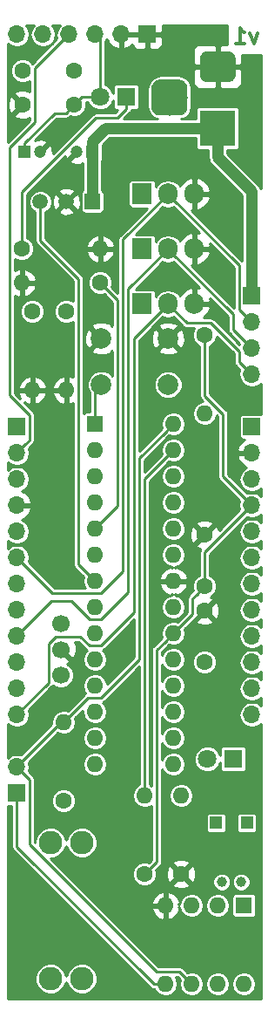
<source format=gbl>
G04 #@! TF.GenerationSoftware,KiCad,Pcbnew,5.0.2-bee76a0~70~ubuntu16.04.1*
G04 #@! TF.CreationDate,2020-05-09T17:59:02-07:00*
G04 #@! TF.ProjectId,sunrise-board,73756e72-6973-4652-9d62-6f6172642e6b,v1*
G04 #@! TF.SameCoordinates,Original*
G04 #@! TF.FileFunction,Copper,L2,Bot*
G04 #@! TF.FilePolarity,Positive*
%FSLAX46Y46*%
G04 Gerber Fmt 4.6, Leading zero omitted, Abs format (unit mm)*
G04 Created by KiCad (PCBNEW 5.0.2-bee76a0~70~ubuntu16.04.1) date Sat 09 May 2020 05:59:02 PM PDT*
%MOMM*%
%LPD*%
G01*
G04 APERTURE LIST*
G04 #@! TA.AperFunction,NonConductor*
%ADD10C,0.304800*%
G04 #@! TD*
G04 #@! TA.AperFunction,ComponentPad*
%ADD11C,2.286000*%
G04 #@! TD*
G04 #@! TA.AperFunction,ComponentPad*
%ADD12C,1.700000*%
G04 #@! TD*
G04 #@! TA.AperFunction,ComponentPad*
%ADD13C,1.000000*%
G04 #@! TD*
G04 #@! TA.AperFunction,ComponentPad*
%ADD14R,1.200000X1.200000*%
G04 #@! TD*
G04 #@! TA.AperFunction,ComponentPad*
%ADD15R,1.600000X1.600000*%
G04 #@! TD*
G04 #@! TA.AperFunction,ComponentPad*
%ADD16O,1.600000X1.600000*%
G04 #@! TD*
G04 #@! TA.AperFunction,ComponentPad*
%ADD17C,1.500000*%
G04 #@! TD*
G04 #@! TA.AperFunction,ComponentPad*
%ADD18R,1.500000X1.500000*%
G04 #@! TD*
G04 #@! TA.AperFunction,ComponentPad*
%ADD19C,1.600000*%
G04 #@! TD*
G04 #@! TA.AperFunction,ComponentPad*
%ADD20R,1.905000X2.000000*%
G04 #@! TD*
G04 #@! TA.AperFunction,ComponentPad*
%ADD21O,1.905000X2.000000*%
G04 #@! TD*
G04 #@! TA.AperFunction,ComponentPad*
%ADD22R,1.700000X1.700000*%
G04 #@! TD*
G04 #@! TA.AperFunction,ComponentPad*
%ADD23O,1.700000X1.700000*%
G04 #@! TD*
G04 #@! TA.AperFunction,ComponentPad*
%ADD24R,3.500000X3.500000*%
G04 #@! TD*
G04 #@! TA.AperFunction,Conductor*
%ADD25C,0.101600*%
G04 #@! TD*
G04 #@! TA.AperFunction,ComponentPad*
%ADD26C,3.000000*%
G04 #@! TD*
G04 #@! TA.AperFunction,ComponentPad*
%ADD27C,3.500000*%
G04 #@! TD*
G04 #@! TA.AperFunction,ComponentPad*
%ADD28R,1.800000X1.800000*%
G04 #@! TD*
G04 #@! TA.AperFunction,ComponentPad*
%ADD29C,1.800000*%
G04 #@! TD*
G04 #@! TA.AperFunction,ComponentPad*
%ADD30C,1.200000*%
G04 #@! TD*
G04 #@! TA.AperFunction,ComponentPad*
%ADD31C,2.000000*%
G04 #@! TD*
G04 #@! TA.AperFunction,Conductor*
%ADD32C,1.066800*%
G04 #@! TD*
G04 #@! TA.AperFunction,Conductor*
%ADD33C,0.254000*%
G04 #@! TD*
G04 APERTURE END LIST*
D10*
X150440571Y-50727428D02*
X150077714Y-51743428D01*
X149714857Y-50727428D01*
X148336000Y-51743428D02*
X149206857Y-51743428D01*
X148771428Y-51743428D02*
X148771428Y-50219428D01*
X148916571Y-50437142D01*
X149061714Y-50582285D01*
X149206857Y-50654857D01*
D11*
G04 #@! TO.P,BT1,1*
G04 #@! TO.N,Net-(BT1-Pad1)*
X130302000Y-142494000D03*
X133350000Y-142494000D03*
X130302000Y-129286000D03*
X133350000Y-129286000D03*
G04 #@! TD*
D12*
G04 #@! TO.P,Y2,1*
G04 #@! TO.N,Net-(U3-Pad10)*
X131318000Y-113030000D03*
G04 #@! TO.P,Y2,2*
G04 #@! TO.N,GND*
X131318000Y-110530000D03*
G04 #@! TO.P,Y2,3*
G04 #@! TO.N,Net-(U3-Pad9)*
X131318000Y-108030000D03*
G04 #@! TD*
D13*
G04 #@! TO.P,Y1,1*
G04 #@! TO.N,Net-(U2-Pad1)*
X148844000Y-133096000D03*
G04 #@! TO.P,Y1,2*
G04 #@! TO.N,Net-(U2-Pad2)*
X146944000Y-133096000D03*
D14*
G04 #@! TO.P,Y1,3*
G04 #@! TO.N,N/C*
X149394000Y-127346000D03*
X146394000Y-127346000D03*
G04 #@! TD*
D15*
G04 #@! TO.P,U3,1*
G04 #@! TO.N,RESET*
X134620000Y-88646000D03*
D16*
G04 #@! TO.P,U3,15*
G04 #@! TO.N,LED_CTL_B*
X142240000Y-121666000D03*
G04 #@! TO.P,U3,2*
G04 #@! TO.N,RXI*
X134620000Y-91186000D03*
G04 #@! TO.P,U3,16*
G04 #@! TO.N,D10*
X142240000Y-119126000D03*
G04 #@! TO.P,U3,3*
G04 #@! TO.N,TXO*
X134620000Y-93726000D03*
G04 #@! TO.P,U3,17*
G04 #@! TO.N,MOSI*
X142240000Y-116586000D03*
G04 #@! TO.P,U3,4*
G04 #@! TO.N,D2*
X134620000Y-96266000D03*
G04 #@! TO.P,U3,18*
G04 #@! TO.N,MISO*
X142240000Y-114046000D03*
G04 #@! TO.P,U3,5*
G04 #@! TO.N,LED_CTL_R*
X134620000Y-98806000D03*
G04 #@! TO.P,U3,19*
G04 #@! TO.N,SCK*
X142240000Y-111506000D03*
G04 #@! TO.P,U3,6*
G04 #@! TO.N,D4*
X134620000Y-101346000D03*
G04 #@! TO.P,U3,20*
G04 #@! TO.N,VCC*
X142240000Y-108966000D03*
G04 #@! TO.P,U3,7*
X134620000Y-103886000D03*
G04 #@! TO.P,U3,21*
G04 #@! TO.N,Net-(C4-Pad1)*
X142240000Y-106426000D03*
G04 #@! TO.P,U3,8*
G04 #@! TO.N,GND*
X134620000Y-106426000D03*
G04 #@! TO.P,U3,22*
X142240000Y-103886000D03*
G04 #@! TO.P,U3,9*
G04 #@! TO.N,Net-(U3-Pad9)*
X134620000Y-108966000D03*
G04 #@! TO.P,U3,23*
G04 #@! TO.N,A0*
X142240000Y-101346000D03*
G04 #@! TO.P,U3,10*
G04 #@! TO.N,Net-(U3-Pad10)*
X134620000Y-111506000D03*
G04 #@! TO.P,U3,24*
G04 #@! TO.N,A1*
X142240000Y-98806000D03*
G04 #@! TO.P,U3,11*
G04 #@! TO.N,D5*
X134620000Y-114046000D03*
G04 #@! TO.P,U3,25*
G04 #@! TO.N,A2*
X142240000Y-96266000D03*
G04 #@! TO.P,U3,12*
G04 #@! TO.N,LED_CTL_G*
X134620000Y-116586000D03*
G04 #@! TO.P,U3,26*
G04 #@! TO.N,A3*
X142240000Y-93726000D03*
G04 #@! TO.P,U3,13*
G04 #@! TO.N,D7*
X134620000Y-119126000D03*
G04 #@! TO.P,U3,27*
G04 #@! TO.N,SDA*
X142240000Y-91186000D03*
G04 #@! TO.P,U3,14*
G04 #@! TO.N,D8*
X134620000Y-121666000D03*
G04 #@! TO.P,U3,28*
G04 #@! TO.N,SCL*
X142240000Y-88646000D03*
G04 #@! TD*
D15*
G04 #@! TO.P,U2,1*
G04 #@! TO.N,Net-(U2-Pad1)*
X149098000Y-135382000D03*
D16*
G04 #@! TO.P,U2,5*
G04 #@! TO.N,SDA*
X141478000Y-143002000D03*
G04 #@! TO.P,U2,2*
G04 #@! TO.N,Net-(U2-Pad2)*
X146558000Y-135382000D03*
G04 #@! TO.P,U2,6*
G04 #@! TO.N,SCL*
X144018000Y-143002000D03*
G04 #@! TO.P,U2,3*
G04 #@! TO.N,Net-(BT1-Pad1)*
X144018000Y-135382000D03*
G04 #@! TO.P,U2,7*
G04 #@! TO.N,Net-(U2-Pad7)*
X146558000Y-143002000D03*
G04 #@! TO.P,U2,4*
G04 #@! TO.N,GND*
X141478000Y-135382000D03*
G04 #@! TO.P,U2,8*
G04 #@! TO.N,VCC*
X149098000Y-143002000D03*
G04 #@! TD*
D17*
G04 #@! TO.P,U1,2*
G04 #@! TO.N,GND*
X131826000Y-67056000D03*
G04 #@! TO.P,U1,3*
G04 #@! TO.N,VCC*
X129286000Y-67056000D03*
D18*
G04 #@! TO.P,U1,1*
G04 #@! TO.N,RAW*
X134366000Y-67056000D03*
G04 #@! TD*
D19*
G04 #@! TO.P,R8,1*
G04 #@! TO.N,VCC*
X145288000Y-80010000D03*
D16*
G04 #@! TO.P,R8,2*
G04 #@! TO.N,RESET*
X145288000Y-87630000D03*
G04 #@! TD*
G04 #@! TO.P,R7,2*
G04 #@! TO.N,Net-(D2-Pad1)*
X143002000Y-124714000D03*
D19*
G04 #@! TO.P,R7,1*
G04 #@! TO.N,GND*
X143002000Y-132334000D03*
G04 #@! TD*
G04 #@! TO.P,R6,1*
G04 #@! TO.N,VCC*
X131572000Y-125222000D03*
D16*
G04 #@! TO.P,R6,2*
G04 #@! TO.N,SCL*
X131572000Y-117602000D03*
G04 #@! TD*
G04 #@! TO.P,R5,2*
G04 #@! TO.N,SDA*
X139446000Y-124714000D03*
D19*
G04 #@! TO.P,R5,1*
G04 #@! TO.N,VCC*
X139446000Y-132334000D03*
G04 #@! TD*
D16*
G04 #@! TO.P,R4,2*
G04 #@! TO.N,GND*
X135128000Y-71628000D03*
D19*
G04 #@! TO.P,R4,1*
G04 #@! TO.N,Net-(D1-Pad1)*
X127508000Y-71628000D03*
G04 #@! TD*
D16*
G04 #@! TO.P,R3,2*
G04 #@! TO.N,GND*
X131826000Y-85344000D03*
D19*
G04 #@! TO.P,R3,1*
G04 #@! TO.N,LED_CTL_B*
X131826000Y-77724000D03*
G04 #@! TD*
D16*
G04 #@! TO.P,R2,2*
G04 #@! TO.N,GND*
X128524000Y-85344000D03*
D19*
G04 #@! TO.P,R2,1*
G04 #@! TO.N,LED_CTL_G*
X128524000Y-77724000D03*
G04 #@! TD*
G04 #@! TO.P,R1,1*
G04 #@! TO.N,LED_CTL_R*
X135128000Y-74930000D03*
D16*
G04 #@! TO.P,R1,2*
G04 #@! TO.N,GND*
X127508000Y-74930000D03*
G04 #@! TD*
D20*
G04 #@! TO.P,Q3,1*
G04 #@! TO.N,LED_CTL_B*
X139192000Y-76962000D03*
D21*
G04 #@! TO.P,Q3,2*
G04 #@! TO.N,LED_B*
X141732000Y-76962000D03*
G04 #@! TO.P,Q3,3*
G04 #@! TO.N,GND*
X144272000Y-76962000D03*
G04 #@! TD*
G04 #@! TO.P,Q2,3*
G04 #@! TO.N,GND*
X144272000Y-71628000D03*
G04 #@! TO.P,Q2,2*
G04 #@! TO.N,LED_G*
X141732000Y-71628000D03*
D20*
G04 #@! TO.P,Q2,1*
G04 #@! TO.N,LED_CTL_G*
X139192000Y-71628000D03*
G04 #@! TD*
G04 #@! TO.P,Q1,1*
G04 #@! TO.N,LED_CTL_R*
X139192000Y-66294000D03*
D21*
G04 #@! TO.P,Q1,2*
G04 #@! TO.N,LED_R*
X141732000Y-66294000D03*
G04 #@! TO.P,Q1,3*
G04 #@! TO.N,GND*
X144272000Y-66294000D03*
G04 #@! TD*
D22*
G04 #@! TO.P,J6,1*
G04 #@! TO.N,SDA*
X127000000Y-124460000D03*
D23*
G04 #@! TO.P,J6,2*
G04 #@! TO.N,SCL*
X127000000Y-121920000D03*
G04 #@! TD*
D22*
G04 #@! TO.P,J5,1*
G04 #@! TO.N,RAW*
X149860000Y-76200000D03*
D23*
G04 #@! TO.P,J5,2*
G04 #@! TO.N,LED_R*
X149860000Y-78740000D03*
G04 #@! TO.P,J5,3*
G04 #@! TO.N,LED_G*
X149860000Y-81280000D03*
G04 #@! TO.P,J5,4*
G04 #@! TO.N,LED_B*
X149860000Y-83820000D03*
G04 #@! TD*
G04 #@! TO.P,J4,12*
G04 #@! TO.N,D10*
X149860000Y-116840000D03*
G04 #@! TO.P,J4,11*
G04 #@! TO.N,MOSI*
X149860000Y-114300000D03*
G04 #@! TO.P,J4,10*
G04 #@! TO.N,MISO*
X149860000Y-111760000D03*
G04 #@! TO.P,J4,9*
G04 #@! TO.N,SCK*
X149860000Y-109220000D03*
G04 #@! TO.P,J4,8*
G04 #@! TO.N,A0*
X149860000Y-106680000D03*
G04 #@! TO.P,J4,7*
G04 #@! TO.N,A1*
X149860000Y-104140000D03*
G04 #@! TO.P,J4,6*
G04 #@! TO.N,A2*
X149860000Y-101600000D03*
G04 #@! TO.P,J4,5*
G04 #@! TO.N,A3*
X149860000Y-99060000D03*
G04 #@! TO.P,J4,4*
G04 #@! TO.N,VCC*
X149860000Y-96520000D03*
G04 #@! TO.P,J4,3*
G04 #@! TO.N,RESET*
X149860000Y-93980000D03*
G04 #@! TO.P,J4,2*
G04 #@! TO.N,GND*
X149860000Y-91440000D03*
D22*
G04 #@! TO.P,J4,1*
G04 #@! TO.N,RAW*
X149860000Y-88900000D03*
G04 #@! TD*
G04 #@! TO.P,J3,1*
G04 #@! TO.N,GND*
X139700000Y-50800000D03*
D23*
G04 #@! TO.P,J3,2*
X137160000Y-50800000D03*
G04 #@! TO.P,J3,3*
G04 #@! TO.N,VCC*
X134620000Y-50800000D03*
G04 #@! TO.P,J3,4*
G04 #@! TO.N,RXI*
X132080000Y-50800000D03*
G04 #@! TO.P,J3,5*
G04 #@! TO.N,TXO*
X129540000Y-50800000D03*
G04 #@! TO.P,J3,6*
G04 #@! TO.N,DTR*
X127000000Y-50800000D03*
G04 #@! TD*
D22*
G04 #@! TO.P,J2,1*
G04 #@! TO.N,TXO*
X127000000Y-88900000D03*
D23*
G04 #@! TO.P,J2,2*
G04 #@! TO.N,RXI*
X127000000Y-91440000D03*
G04 #@! TO.P,J2,3*
G04 #@! TO.N,RESET*
X127000000Y-93980000D03*
G04 #@! TO.P,J2,4*
G04 #@! TO.N,GND*
X127000000Y-96520000D03*
G04 #@! TO.P,J2,5*
G04 #@! TO.N,D2*
X127000000Y-99060000D03*
G04 #@! TO.P,J2,6*
G04 #@! TO.N,LED_R*
X127000000Y-101600000D03*
G04 #@! TO.P,J2,7*
G04 #@! TO.N,D4*
X127000000Y-104140000D03*
G04 #@! TO.P,J2,8*
G04 #@! TO.N,D5*
X127000000Y-106680000D03*
G04 #@! TO.P,J2,9*
G04 #@! TO.N,LED_G*
X127000000Y-109220000D03*
G04 #@! TO.P,J2,10*
G04 #@! TO.N,D7*
X127000000Y-111760000D03*
G04 #@! TO.P,J2,11*
G04 #@! TO.N,D8*
X127000000Y-114300000D03*
G04 #@! TO.P,J2,12*
G04 #@! TO.N,LED_B*
X127000000Y-116840000D03*
G04 #@! TD*
D24*
G04 #@! TO.P,J1,1*
G04 #@! TO.N,RAW*
X146558000Y-59944000D03*
D25*
G04 #@! TD*
G04 #@! TO.N,GND*
G04 #@! TO.C,J1*
G36*
X147631513Y-52447611D02*
X147704318Y-52458411D01*
X147775714Y-52476295D01*
X147845013Y-52501090D01*
X147911548Y-52532559D01*
X147974678Y-52570398D01*
X148033795Y-52614242D01*
X148088330Y-52663670D01*
X148137758Y-52718205D01*
X148181602Y-52777322D01*
X148219441Y-52840452D01*
X148250910Y-52906987D01*
X148275705Y-52976286D01*
X148293589Y-53047682D01*
X148304389Y-53120487D01*
X148308000Y-53194000D01*
X148308000Y-54694000D01*
X148304389Y-54767513D01*
X148293589Y-54840318D01*
X148275705Y-54911714D01*
X148250910Y-54981013D01*
X148219441Y-55047548D01*
X148181602Y-55110678D01*
X148137758Y-55169795D01*
X148088330Y-55224330D01*
X148033795Y-55273758D01*
X147974678Y-55317602D01*
X147911548Y-55355441D01*
X147845013Y-55386910D01*
X147775714Y-55411705D01*
X147704318Y-55429589D01*
X147631513Y-55440389D01*
X147558000Y-55444000D01*
X145558000Y-55444000D01*
X145484487Y-55440389D01*
X145411682Y-55429589D01*
X145340286Y-55411705D01*
X145270987Y-55386910D01*
X145204452Y-55355441D01*
X145141322Y-55317602D01*
X145082205Y-55273758D01*
X145027670Y-55224330D01*
X144978242Y-55169795D01*
X144934398Y-55110678D01*
X144896559Y-55047548D01*
X144865090Y-54981013D01*
X144840295Y-54911714D01*
X144822411Y-54840318D01*
X144811611Y-54767513D01*
X144808000Y-54694000D01*
X144808000Y-53194000D01*
X144811611Y-53120487D01*
X144822411Y-53047682D01*
X144840295Y-52976286D01*
X144865090Y-52906987D01*
X144896559Y-52840452D01*
X144934398Y-52777322D01*
X144978242Y-52718205D01*
X145027670Y-52663670D01*
X145082205Y-52614242D01*
X145141322Y-52570398D01*
X145204452Y-52532559D01*
X145270987Y-52501090D01*
X145340286Y-52476295D01*
X145411682Y-52458411D01*
X145484487Y-52447611D01*
X145558000Y-52444000D01*
X147558000Y-52444000D01*
X147631513Y-52447611D01*
X147631513Y-52447611D01*
G37*
D26*
G04 #@! TO.P,J1,2*
G04 #@! TO.N,GND*
X146558000Y-53944000D03*
D25*
G04 #@! TD*
G04 #@! TO.N,N/C*
G04 #@! TO.C,J1*
G36*
X142818765Y-55198213D02*
X142903704Y-55210813D01*
X142986999Y-55231677D01*
X143067848Y-55260605D01*
X143145472Y-55297319D01*
X143219124Y-55341464D01*
X143288094Y-55392616D01*
X143351718Y-55450282D01*
X143409384Y-55513906D01*
X143460536Y-55582876D01*
X143504681Y-55656528D01*
X143541395Y-55734152D01*
X143570323Y-55815001D01*
X143591187Y-55898296D01*
X143603787Y-55983235D01*
X143608000Y-56069000D01*
X143608000Y-57819000D01*
X143603787Y-57904765D01*
X143591187Y-57989704D01*
X143570323Y-58072999D01*
X143541395Y-58153848D01*
X143504681Y-58231472D01*
X143460536Y-58305124D01*
X143409384Y-58374094D01*
X143351718Y-58437718D01*
X143288094Y-58495384D01*
X143219124Y-58546536D01*
X143145472Y-58590681D01*
X143067848Y-58627395D01*
X142986999Y-58656323D01*
X142903704Y-58677187D01*
X142818765Y-58689787D01*
X142733000Y-58694000D01*
X140983000Y-58694000D01*
X140897235Y-58689787D01*
X140812296Y-58677187D01*
X140729001Y-58656323D01*
X140648152Y-58627395D01*
X140570528Y-58590681D01*
X140496876Y-58546536D01*
X140427906Y-58495384D01*
X140364282Y-58437718D01*
X140306616Y-58374094D01*
X140255464Y-58305124D01*
X140211319Y-58231472D01*
X140174605Y-58153848D01*
X140145677Y-58072999D01*
X140124813Y-57989704D01*
X140112213Y-57904765D01*
X140108000Y-57819000D01*
X140108000Y-56069000D01*
X140112213Y-55983235D01*
X140124813Y-55898296D01*
X140145677Y-55815001D01*
X140174605Y-55734152D01*
X140211319Y-55656528D01*
X140255464Y-55582876D01*
X140306616Y-55513906D01*
X140364282Y-55450282D01*
X140427906Y-55392616D01*
X140496876Y-55341464D01*
X140570528Y-55297319D01*
X140648152Y-55260605D01*
X140729001Y-55231677D01*
X140812296Y-55210813D01*
X140897235Y-55198213D01*
X140983000Y-55194000D01*
X142733000Y-55194000D01*
X142818765Y-55198213D01*
X142818765Y-55198213D01*
G37*
D27*
G04 #@! TO.P,J1,3*
G04 #@! TO.N,N/C*
X141858000Y-56944000D03*
G04 #@! TD*
D28*
G04 #@! TO.P,D2,1*
G04 #@! TO.N,Net-(D2-Pad1)*
X148082000Y-121158000D03*
D29*
G04 #@! TO.P,D2,2*
G04 #@! TO.N,SCK*
X145542000Y-121158000D03*
G04 #@! TD*
G04 #@! TO.P,D1,2*
G04 #@! TO.N,VCC*
X135128000Y-56896000D03*
D28*
G04 #@! TO.P,D1,1*
G04 #@! TO.N,Net-(D1-Pad1)*
X137668000Y-56896000D03*
G04 #@! TD*
D19*
G04 #@! TO.P,C6,2*
G04 #@! TO.N,DTR*
X127588000Y-54356000D03*
G04 #@! TO.P,C6,1*
G04 #@! TO.N,RESET*
X132588000Y-54356000D03*
G04 #@! TD*
G04 #@! TO.P,C5,1*
G04 #@! TO.N,VCC*
X145288000Y-104394000D03*
G04 #@! TO.P,C5,2*
G04 #@! TO.N,GND*
X145288000Y-99394000D03*
G04 #@! TD*
G04 #@! TO.P,C4,1*
G04 #@! TO.N,Net-(C4-Pad1)*
X145288000Y-111760000D03*
G04 #@! TO.P,C4,2*
G04 #@! TO.N,GND*
X145288000Y-106760000D03*
G04 #@! TD*
G04 #@! TO.P,C3,2*
G04 #@! TO.N,GND*
X127588000Y-57658000D03*
G04 #@! TO.P,C3,1*
G04 #@! TO.N,VCC*
X132588000Y-57658000D03*
G04 #@! TD*
D30*
G04 #@! TO.P,C2,2*
G04 #@! TO.N,GND*
X129262000Y-62230000D03*
D14*
G04 #@! TO.P,C2,1*
G04 #@! TO.N,VCC*
X127762000Y-62230000D03*
G04 #@! TD*
G04 #@! TO.P,C1,1*
G04 #@! TO.N,RAW*
X134366000Y-62230000D03*
D30*
G04 #@! TO.P,C1,2*
G04 #@! TO.N,GND*
X132866000Y-62230000D03*
G04 #@! TD*
D31*
G04 #@! TO.P,SW1,2*
G04 #@! TO.N,RESET*
X135232000Y-84836000D03*
G04 #@! TO.P,SW1,1*
G04 #@! TO.N,GND*
X135232000Y-80336000D03*
G04 #@! TO.P,SW1,2*
G04 #@! TO.N,RESET*
X141732000Y-84836000D03*
G04 #@! TO.P,SW1,1*
G04 #@! TO.N,GND*
X141732000Y-80336000D03*
G04 #@! TD*
D32*
G04 #@! TO.N,RAW*
X134366000Y-62230000D02*
X134366000Y-67056000D01*
X143741200Y-59944000D02*
X146558000Y-59944000D01*
X135636000Y-59944000D02*
X143741200Y-59944000D01*
X134366000Y-61214000D02*
X135636000Y-59944000D01*
X134366000Y-62230000D02*
X134366000Y-61214000D01*
X149860000Y-66062800D02*
X149860000Y-74283200D01*
X149860000Y-74283200D02*
X149860000Y-76200000D01*
X146558000Y-62760800D02*
X149860000Y-66062800D01*
X146558000Y-59944000D02*
X146558000Y-62760800D01*
D33*
G04 #@! TO.N,VCC*
X129286000Y-70835882D02*
X129286000Y-67056000D01*
X133007001Y-74556883D02*
X129286000Y-70835882D01*
X133007001Y-102273001D02*
X133007001Y-74556883D01*
X134620000Y-103886000D02*
X133007001Y-102273001D01*
X140627001Y-110578999D02*
X141440001Y-109765999D01*
X141440001Y-109765999D02*
X142240000Y-108966000D01*
X140627001Y-131152999D02*
X140627001Y-110578999D01*
X139446000Y-132334000D02*
X140627001Y-131152999D01*
X145288000Y-85882118D02*
X147066000Y-87660118D01*
X145288000Y-80010000D02*
X145288000Y-85882118D01*
X147066000Y-93726000D02*
X149860000Y-96520000D01*
X147066000Y-87660118D02*
X147066000Y-93726000D01*
X135128000Y-51308000D02*
X134620000Y-50800000D01*
X135128000Y-56896000D02*
X135128000Y-51308000D01*
X133350000Y-56896000D02*
X132588000Y-57658000D01*
X135128000Y-56896000D02*
X133350000Y-56896000D01*
X127762000Y-61376000D02*
X127762000Y-62230000D01*
X130680001Y-58457999D02*
X127762000Y-61376000D01*
X131788001Y-58457999D02*
X130680001Y-58457999D01*
X132588000Y-57658000D02*
X131788001Y-58457999D01*
X144488001Y-105193999D02*
X145288000Y-104394000D01*
X144106999Y-105575001D02*
X144488001Y-105193999D01*
X144106999Y-107099001D02*
X144106999Y-105575001D01*
X142240000Y-108966000D02*
X144106999Y-107099001D01*
X145288000Y-101092000D02*
X145288000Y-104394000D01*
X149860000Y-96520000D02*
X145288000Y-101092000D01*
G04 #@! TO.N,RESET*
X134620000Y-85448000D02*
X135232000Y-84836000D01*
X134620000Y-88646000D02*
X134620000Y-85448000D01*
G04 #@! TO.N,Net-(D1-Pad1)*
X137668000Y-58050000D02*
X136790000Y-58928000D01*
X137668000Y-56896000D02*
X137668000Y-58050000D01*
X127508000Y-70496630D02*
X127508000Y-71628000D01*
X127508000Y-66136118D02*
X127508000Y-70496630D01*
X134716118Y-58928000D02*
X127508000Y-66136118D01*
X136790000Y-58928000D02*
X134716118Y-58928000D01*
G04 #@! TO.N,RXI*
X127849999Y-90590001D02*
X127000000Y-91440000D01*
X128231001Y-90208999D02*
X127849999Y-90590001D01*
X126326999Y-85841197D02*
X128231001Y-87745199D01*
X126326999Y-61779199D02*
X126326999Y-85841197D01*
X128231001Y-87745199D02*
X128231001Y-90208999D01*
X128769001Y-59337197D02*
X126326999Y-61779199D01*
X128769001Y-54110999D02*
X128769001Y-59337197D01*
X132080000Y-50800000D02*
X128769001Y-54110999D01*
G04 #@! TO.N,LED_R*
X149010001Y-77890001D02*
X149860000Y-78740000D01*
X148628999Y-77508999D02*
X149010001Y-77890001D01*
X148628999Y-73238499D02*
X148628999Y-77508999D01*
X141732000Y-66341500D02*
X148628999Y-73238499D01*
X137350489Y-70723011D02*
X141732000Y-66341500D01*
X137350489Y-102903393D02*
X137350489Y-70723011D01*
X135186881Y-105067001D02*
X137350489Y-102903393D01*
X130467001Y-105067001D02*
X135186881Y-105067001D01*
X141732000Y-66341500D02*
X141732000Y-66294000D01*
X127000000Y-101600000D02*
X130467001Y-105067001D01*
G04 #@! TO.N,LED_G*
X149010001Y-80430001D02*
X149860000Y-81280000D01*
X148034500Y-79454500D02*
X149010001Y-80430001D01*
X148034500Y-77978000D02*
X148034500Y-79454500D01*
X141732000Y-71675500D02*
X148034500Y-77978000D01*
X141732000Y-71675500D02*
X141732000Y-71628000D01*
X137858499Y-104935383D02*
X137858499Y-75549001D01*
X135186881Y-107607001D02*
X137858499Y-104935383D01*
X137858499Y-75549001D02*
X141732000Y-71675500D01*
X134053119Y-107607001D02*
X135186881Y-107607001D01*
X132305237Y-105859119D02*
X134053119Y-107607001D01*
X130360881Y-105859119D02*
X132305237Y-105859119D01*
X127000000Y-109220000D02*
X130360881Y-105859119D01*
G04 #@! TO.N,LED_B*
X148628999Y-82588999D02*
X149010001Y-82970001D01*
X149010001Y-82970001D02*
X149860000Y-83820000D01*
X148628999Y-81603117D02*
X148628999Y-82588999D01*
X145854881Y-78828999D02*
X148628999Y-81603117D01*
X141732000Y-77009500D02*
X143551499Y-78828999D01*
X143551499Y-78828999D02*
X145854881Y-78828999D01*
X141732000Y-76962000D02*
X141732000Y-77009500D01*
X138429980Y-80311520D02*
X141732000Y-77009500D01*
X138429980Y-106903902D02*
X138429980Y-80311520D01*
X135186881Y-110147001D02*
X138429980Y-106903902D01*
X134053119Y-110147001D02*
X135186881Y-110147001D01*
X133167119Y-109261001D02*
X134053119Y-110147001D01*
X130768999Y-109261001D02*
X133167119Y-109261001D01*
X130086999Y-109943001D02*
X130768999Y-109261001D01*
X130086999Y-113753001D02*
X130086999Y-109943001D01*
X127000000Y-116840000D02*
X130086999Y-113753001D01*
G04 #@! TO.N,SDA*
X127000000Y-129655370D02*
X127000000Y-125564000D01*
X140346630Y-143002000D02*
X127000000Y-129655370D01*
X127000000Y-125564000D02*
X127000000Y-124460000D01*
X141478000Y-143002000D02*
X140346630Y-143002000D01*
X139446000Y-93980000D02*
X142240000Y-91186000D01*
X139446000Y-124714000D02*
X139446000Y-93980000D01*
G04 #@! TO.N,SCL*
X143218001Y-142202001D02*
X144018000Y-143002000D01*
X140581477Y-141820999D02*
X142836999Y-141820999D01*
X142836999Y-141820999D02*
X143218001Y-142202001D01*
X128231001Y-129470523D02*
X140581477Y-141820999D01*
X128231001Y-123151001D02*
X128231001Y-129470523D01*
X127000000Y-121920000D02*
X128231001Y-123151001D01*
X141440001Y-89445999D02*
X142240000Y-88646000D01*
X138937990Y-91948010D02*
X141440001Y-89445999D01*
X138937990Y-111475892D02*
X138937990Y-91948010D01*
X135186881Y-115227001D02*
X138937990Y-111475892D01*
X133946999Y-115227001D02*
X135186881Y-115227001D01*
X131572000Y-117602000D02*
X133946999Y-115227001D01*
X131318000Y-117602000D02*
X131572000Y-117602000D01*
X127000000Y-121920000D02*
X131318000Y-117602000D01*
G04 #@! TO.N,LED_CTL_R*
X135128000Y-74930000D02*
X136842479Y-76644479D01*
X136842479Y-96583521D02*
X134620000Y-98806000D01*
X136842479Y-76644479D02*
X136842479Y-96583521D01*
G04 #@! TD*
G04 #@! TO.N,GND*
G36*
X150736301Y-98165015D02*
X150340312Y-97900424D01*
X149981239Y-97829000D01*
X149738761Y-97829000D01*
X149379688Y-97900424D01*
X148972499Y-98172499D01*
X148700424Y-98579688D01*
X148604884Y-99060000D01*
X148700424Y-99540312D01*
X148972499Y-99947501D01*
X149379688Y-100219576D01*
X149738761Y-100291000D01*
X149981239Y-100291000D01*
X150340312Y-100219576D01*
X150736301Y-99954985D01*
X150736301Y-100705015D01*
X150340312Y-100440424D01*
X149981239Y-100369000D01*
X149738761Y-100369000D01*
X149379688Y-100440424D01*
X148972499Y-100712499D01*
X148700424Y-101119688D01*
X148604884Y-101600000D01*
X148700424Y-102080312D01*
X148972499Y-102487501D01*
X149379688Y-102759576D01*
X149738761Y-102831000D01*
X149981239Y-102831000D01*
X150340312Y-102759576D01*
X150736301Y-102494985D01*
X150736301Y-103245015D01*
X150340312Y-102980424D01*
X149981239Y-102909000D01*
X149738761Y-102909000D01*
X149379688Y-102980424D01*
X148972499Y-103252499D01*
X148700424Y-103659688D01*
X148604884Y-104140000D01*
X148700424Y-104620312D01*
X148972499Y-105027501D01*
X149379688Y-105299576D01*
X149738761Y-105371000D01*
X149981239Y-105371000D01*
X150340312Y-105299576D01*
X150736301Y-105034985D01*
X150736301Y-105785015D01*
X150340312Y-105520424D01*
X149981239Y-105449000D01*
X149738761Y-105449000D01*
X149379688Y-105520424D01*
X148972499Y-105792499D01*
X148700424Y-106199688D01*
X148604884Y-106680000D01*
X148700424Y-107160312D01*
X148972499Y-107567501D01*
X149379688Y-107839576D01*
X149738761Y-107911000D01*
X149981239Y-107911000D01*
X150340312Y-107839576D01*
X150736301Y-107574985D01*
X150736301Y-108325015D01*
X150340312Y-108060424D01*
X149981239Y-107989000D01*
X149738761Y-107989000D01*
X149379688Y-108060424D01*
X148972499Y-108332499D01*
X148700424Y-108739688D01*
X148604884Y-109220000D01*
X148700424Y-109700312D01*
X148972499Y-110107501D01*
X149379688Y-110379576D01*
X149738761Y-110451000D01*
X149981239Y-110451000D01*
X150340312Y-110379576D01*
X150736301Y-110114985D01*
X150736301Y-110865015D01*
X150340312Y-110600424D01*
X149981239Y-110529000D01*
X149738761Y-110529000D01*
X149379688Y-110600424D01*
X148972499Y-110872499D01*
X148700424Y-111279688D01*
X148604884Y-111760000D01*
X148700424Y-112240312D01*
X148972499Y-112647501D01*
X149379688Y-112919576D01*
X149738761Y-112991000D01*
X149981239Y-112991000D01*
X150340312Y-112919576D01*
X150736301Y-112654985D01*
X150736301Y-113405015D01*
X150340312Y-113140424D01*
X149981239Y-113069000D01*
X149738761Y-113069000D01*
X149379688Y-113140424D01*
X148972499Y-113412499D01*
X148700424Y-113819688D01*
X148604884Y-114300000D01*
X148700424Y-114780312D01*
X148972499Y-115187501D01*
X149379688Y-115459576D01*
X149738761Y-115531000D01*
X149981239Y-115531000D01*
X150340312Y-115459576D01*
X150736301Y-115194985D01*
X150736301Y-115945015D01*
X150340312Y-115680424D01*
X149981239Y-115609000D01*
X149738761Y-115609000D01*
X149379688Y-115680424D01*
X148972499Y-115952499D01*
X148700424Y-116359688D01*
X148604884Y-116840000D01*
X148700424Y-117320312D01*
X148972499Y-117727501D01*
X149379688Y-117999576D01*
X149738761Y-118071000D01*
X149981239Y-118071000D01*
X150340312Y-117999576D01*
X150736301Y-117734985D01*
X150736301Y-144386300D01*
X126123700Y-144386300D01*
X126123700Y-142190858D01*
X128778000Y-142190858D01*
X128778000Y-142797142D01*
X129010015Y-143357277D01*
X129438723Y-143785985D01*
X129998858Y-144018000D01*
X130605142Y-144018000D01*
X131165277Y-143785985D01*
X131593985Y-143357277D01*
X131826000Y-142797142D01*
X132058015Y-143357277D01*
X132486723Y-143785985D01*
X133046858Y-144018000D01*
X133653142Y-144018000D01*
X134213277Y-143785985D01*
X134641985Y-143357277D01*
X134874000Y-142797142D01*
X134874000Y-142190858D01*
X134641985Y-141630723D01*
X134213277Y-141202015D01*
X133653142Y-140970000D01*
X133046858Y-140970000D01*
X132486723Y-141202015D01*
X132058015Y-141630723D01*
X131826000Y-142190858D01*
X131593985Y-141630723D01*
X131165277Y-141202015D01*
X130605142Y-140970000D01*
X129998858Y-140970000D01*
X129438723Y-141202015D01*
X129010015Y-141630723D01*
X128778000Y-142190858D01*
X126123700Y-142190858D01*
X126123700Y-125693233D01*
X126150000Y-125698464D01*
X126492001Y-125698464D01*
X126492000Y-129605342D01*
X126482049Y-129655370D01*
X126492000Y-129705398D01*
X126492000Y-129705401D01*
X126521475Y-129853581D01*
X126633753Y-130021617D01*
X126676168Y-130049958D01*
X139952044Y-143325835D01*
X139980383Y-143368247D01*
X140022795Y-143396586D01*
X140022797Y-143396588D01*
X140121895Y-143462803D01*
X140148418Y-143480525D01*
X140296598Y-143510000D01*
X140296601Y-143510000D01*
X140346629Y-143519951D01*
X140396657Y-143510000D01*
X140397058Y-143510000D01*
X140626547Y-143853453D01*
X141017197Y-144114478D01*
X141361682Y-144183000D01*
X141594318Y-144183000D01*
X141938803Y-144114478D01*
X142329453Y-143853453D01*
X142590478Y-143462803D01*
X142682137Y-143002000D01*
X142590478Y-142541197D01*
X142448691Y-142328999D01*
X142626579Y-142328999D01*
X142894168Y-142596589D01*
X142894171Y-142596591D01*
X142894448Y-142596868D01*
X142813863Y-143002000D01*
X142905522Y-143462803D01*
X143166547Y-143853453D01*
X143557197Y-144114478D01*
X143901682Y-144183000D01*
X144134318Y-144183000D01*
X144478803Y-144114478D01*
X144869453Y-143853453D01*
X145130478Y-143462803D01*
X145222137Y-143002000D01*
X145353863Y-143002000D01*
X145445522Y-143462803D01*
X145706547Y-143853453D01*
X146097197Y-144114478D01*
X146441682Y-144183000D01*
X146674318Y-144183000D01*
X147018803Y-144114478D01*
X147409453Y-143853453D01*
X147670478Y-143462803D01*
X147762137Y-143002000D01*
X147893863Y-143002000D01*
X147985522Y-143462803D01*
X148246547Y-143853453D01*
X148637197Y-144114478D01*
X148981682Y-144183000D01*
X149214318Y-144183000D01*
X149558803Y-144114478D01*
X149949453Y-143853453D01*
X150210478Y-143462803D01*
X150302137Y-143002000D01*
X150210478Y-142541197D01*
X149949453Y-142150547D01*
X149558803Y-141889522D01*
X149214318Y-141821000D01*
X148981682Y-141821000D01*
X148637197Y-141889522D01*
X148246547Y-142150547D01*
X147985522Y-142541197D01*
X147893863Y-143002000D01*
X147762137Y-143002000D01*
X147670478Y-142541197D01*
X147409453Y-142150547D01*
X147018803Y-141889522D01*
X146674318Y-141821000D01*
X146441682Y-141821000D01*
X146097197Y-141889522D01*
X145706547Y-142150547D01*
X145445522Y-142541197D01*
X145353863Y-143002000D01*
X145222137Y-143002000D01*
X145130478Y-142541197D01*
X144869453Y-142150547D01*
X144478803Y-141889522D01*
X144134318Y-141821000D01*
X143901682Y-141821000D01*
X143612868Y-141878448D01*
X143612591Y-141878171D01*
X143612589Y-141878168D01*
X143231587Y-141497166D01*
X143203246Y-141454752D01*
X143035211Y-141342474D01*
X142887031Y-141312999D01*
X142887027Y-141312999D01*
X142836999Y-141303048D01*
X142786971Y-141312999D01*
X140791898Y-141312999D01*
X135209940Y-135731041D01*
X140086086Y-135731041D01*
X140325611Y-136237134D01*
X140740577Y-136613041D01*
X141128961Y-136773904D01*
X141351000Y-136651915D01*
X141351000Y-135509000D01*
X140207371Y-135509000D01*
X140086086Y-135731041D01*
X135209940Y-135731041D01*
X134511858Y-135032959D01*
X140086086Y-135032959D01*
X140207371Y-135255000D01*
X141351000Y-135255000D01*
X141351000Y-134112085D01*
X141605000Y-134112085D01*
X141605000Y-135255000D01*
X141625000Y-135255000D01*
X141625000Y-135509000D01*
X141605000Y-135509000D01*
X141605000Y-136651915D01*
X141827039Y-136773904D01*
X142215423Y-136613041D01*
X142630389Y-136237134D01*
X142869914Y-135731041D01*
X142748630Y-135509002D01*
X142839125Y-135509002D01*
X142905522Y-135842803D01*
X143166547Y-136233453D01*
X143557197Y-136494478D01*
X143901682Y-136563000D01*
X144134318Y-136563000D01*
X144478803Y-136494478D01*
X144869453Y-136233453D01*
X145130478Y-135842803D01*
X145222137Y-135382000D01*
X145353863Y-135382000D01*
X145445522Y-135842803D01*
X145706547Y-136233453D01*
X146097197Y-136494478D01*
X146441682Y-136563000D01*
X146674318Y-136563000D01*
X147018803Y-136494478D01*
X147409453Y-136233453D01*
X147670478Y-135842803D01*
X147762137Y-135382000D01*
X147670478Y-134921197D01*
X147443833Y-134582000D01*
X147909536Y-134582000D01*
X147909536Y-136182000D01*
X147939106Y-136330659D01*
X148023314Y-136456686D01*
X148149341Y-136540894D01*
X148298000Y-136570464D01*
X149898000Y-136570464D01*
X150046659Y-136540894D01*
X150172686Y-136456686D01*
X150256894Y-136330659D01*
X150286464Y-136182000D01*
X150286464Y-134582000D01*
X150256894Y-134433341D01*
X150172686Y-134307314D01*
X150046659Y-134223106D01*
X149898000Y-134193536D01*
X148298000Y-134193536D01*
X148149341Y-134223106D01*
X148023314Y-134307314D01*
X147939106Y-134433341D01*
X147909536Y-134582000D01*
X147443833Y-134582000D01*
X147409453Y-134530547D01*
X147018803Y-134269522D01*
X146674318Y-134201000D01*
X146441682Y-134201000D01*
X146097197Y-134269522D01*
X145706547Y-134530547D01*
X145445522Y-134921197D01*
X145353863Y-135382000D01*
X145222137Y-135382000D01*
X145130478Y-134921197D01*
X144869453Y-134530547D01*
X144478803Y-134269522D01*
X144134318Y-134201000D01*
X143901682Y-134201000D01*
X143557197Y-134269522D01*
X143166547Y-134530547D01*
X142905522Y-134921197D01*
X142839125Y-135254998D01*
X142748630Y-135254998D01*
X142869914Y-135032959D01*
X142630389Y-134526866D01*
X142215423Y-134150959D01*
X141827039Y-133990096D01*
X141605000Y-134112085D01*
X141351000Y-134112085D01*
X141128961Y-133990096D01*
X140740577Y-134150959D01*
X140325611Y-134526866D01*
X140086086Y-135032959D01*
X134511858Y-135032959D01*
X130288898Y-130810000D01*
X130605142Y-130810000D01*
X131165277Y-130577985D01*
X131593985Y-130149277D01*
X131826000Y-129589142D01*
X132058015Y-130149277D01*
X132486723Y-130577985D01*
X133046858Y-130810000D01*
X133653142Y-130810000D01*
X134213277Y-130577985D01*
X134641985Y-130149277D01*
X134874000Y-129589142D01*
X134874000Y-128982858D01*
X134641985Y-128422723D01*
X134213277Y-127994015D01*
X133653142Y-127762000D01*
X133046858Y-127762000D01*
X132486723Y-127994015D01*
X132058015Y-128422723D01*
X131826000Y-128982858D01*
X131593985Y-128422723D01*
X131165277Y-127994015D01*
X130605142Y-127762000D01*
X129998858Y-127762000D01*
X129438723Y-127994015D01*
X129010015Y-128422723D01*
X128778000Y-128982858D01*
X128778000Y-129299102D01*
X128739001Y-129260103D01*
X128739001Y-124987085D01*
X130391000Y-124987085D01*
X130391000Y-125456915D01*
X130570797Y-125890983D01*
X130903017Y-126223203D01*
X131337085Y-126403000D01*
X131806915Y-126403000D01*
X132240983Y-126223203D01*
X132573203Y-125890983D01*
X132753000Y-125456915D01*
X132753000Y-124987085D01*
X132573203Y-124553017D01*
X132240983Y-124220797D01*
X131806915Y-124041000D01*
X131337085Y-124041000D01*
X130903017Y-124220797D01*
X130570797Y-124553017D01*
X130391000Y-124987085D01*
X128739001Y-124987085D01*
X128739001Y-123201028D01*
X128748952Y-123151000D01*
X128739001Y-123100970D01*
X128739001Y-123100969D01*
X128709526Y-122952789D01*
X128597248Y-122784754D01*
X128554834Y-122756414D01*
X128166072Y-122367652D01*
X128255116Y-121920000D01*
X128204592Y-121666000D01*
X133415863Y-121666000D01*
X133507522Y-122126803D01*
X133768547Y-122517453D01*
X134159197Y-122778478D01*
X134503682Y-122847000D01*
X134736318Y-122847000D01*
X135080803Y-122778478D01*
X135471453Y-122517453D01*
X135732478Y-122126803D01*
X135824137Y-121666000D01*
X135732478Y-121205197D01*
X135471453Y-120814547D01*
X135080803Y-120553522D01*
X134736318Y-120485000D01*
X134503682Y-120485000D01*
X134159197Y-120553522D01*
X133768547Y-120814547D01*
X133507522Y-121205197D01*
X133415863Y-121666000D01*
X128204592Y-121666000D01*
X128166072Y-121472348D01*
X130512420Y-119126000D01*
X133415863Y-119126000D01*
X133507522Y-119586803D01*
X133768547Y-119977453D01*
X134159197Y-120238478D01*
X134503682Y-120307000D01*
X134736318Y-120307000D01*
X135080803Y-120238478D01*
X135471453Y-119977453D01*
X135732478Y-119586803D01*
X135824137Y-119126000D01*
X135732478Y-118665197D01*
X135471453Y-118274547D01*
X135080803Y-118013522D01*
X134736318Y-117945000D01*
X134503682Y-117945000D01*
X134159197Y-118013522D01*
X133768547Y-118274547D01*
X133507522Y-118665197D01*
X133415863Y-119126000D01*
X130512420Y-119126000D01*
X130998947Y-118639474D01*
X131111197Y-118714478D01*
X131455682Y-118783000D01*
X131688318Y-118783000D01*
X132032803Y-118714478D01*
X132423453Y-118453453D01*
X132684478Y-118062803D01*
X132776137Y-117602000D01*
X132695552Y-117196869D01*
X133443038Y-116449383D01*
X133415863Y-116586000D01*
X133507522Y-117046803D01*
X133768547Y-117437453D01*
X134159197Y-117698478D01*
X134503682Y-117767000D01*
X134736318Y-117767000D01*
X135080803Y-117698478D01*
X135471453Y-117437453D01*
X135732478Y-117046803D01*
X135824137Y-116586000D01*
X135732478Y-116125197D01*
X135471453Y-115734547D01*
X135406557Y-115691184D01*
X135553128Y-115593248D01*
X135581469Y-115550833D01*
X138938000Y-112194302D01*
X138938000Y-123633058D01*
X138594547Y-123862547D01*
X138333522Y-124253197D01*
X138241863Y-124714000D01*
X138333522Y-125174803D01*
X138594547Y-125565453D01*
X138985197Y-125826478D01*
X139329682Y-125895000D01*
X139562318Y-125895000D01*
X139906803Y-125826478D01*
X140119001Y-125684691D01*
X140119001Y-130942578D01*
X139841898Y-131219681D01*
X139680915Y-131153000D01*
X139211085Y-131153000D01*
X138777017Y-131332797D01*
X138444797Y-131665017D01*
X138265000Y-132099085D01*
X138265000Y-132568915D01*
X138444797Y-133002983D01*
X138777017Y-133335203D01*
X139211085Y-133515000D01*
X139680915Y-133515000D01*
X140099189Y-133341745D01*
X142173861Y-133341745D01*
X142247995Y-133587864D01*
X142785223Y-133780965D01*
X143355454Y-133753778D01*
X143756005Y-133587864D01*
X143830139Y-133341745D01*
X143002000Y-132513605D01*
X142173861Y-133341745D01*
X140099189Y-133341745D01*
X140114983Y-133335203D01*
X140447203Y-133002983D01*
X140627000Y-132568915D01*
X140627000Y-132117223D01*
X141555035Y-132117223D01*
X141582222Y-132687454D01*
X141748136Y-133088005D01*
X141994255Y-133162139D01*
X142822395Y-132334000D01*
X143181605Y-132334000D01*
X144009745Y-133162139D01*
X144255864Y-133088005D01*
X144315979Y-132920758D01*
X146063000Y-132920758D01*
X146063000Y-133271242D01*
X146197124Y-133595047D01*
X146444953Y-133842876D01*
X146768758Y-133977000D01*
X147119242Y-133977000D01*
X147443047Y-133842876D01*
X147690876Y-133595047D01*
X147825000Y-133271242D01*
X147825000Y-132920758D01*
X147963000Y-132920758D01*
X147963000Y-133271242D01*
X148097124Y-133595047D01*
X148344953Y-133842876D01*
X148668758Y-133977000D01*
X149019242Y-133977000D01*
X149343047Y-133842876D01*
X149590876Y-133595047D01*
X149725000Y-133271242D01*
X149725000Y-132920758D01*
X149590876Y-132596953D01*
X149343047Y-132349124D01*
X149019242Y-132215000D01*
X148668758Y-132215000D01*
X148344953Y-132349124D01*
X148097124Y-132596953D01*
X147963000Y-132920758D01*
X147825000Y-132920758D01*
X147690876Y-132596953D01*
X147443047Y-132349124D01*
X147119242Y-132215000D01*
X146768758Y-132215000D01*
X146444953Y-132349124D01*
X146197124Y-132596953D01*
X146063000Y-132920758D01*
X144315979Y-132920758D01*
X144448965Y-132550777D01*
X144421778Y-131980546D01*
X144255864Y-131579995D01*
X144009745Y-131505861D01*
X143181605Y-132334000D01*
X142822395Y-132334000D01*
X141994255Y-131505861D01*
X141748136Y-131579995D01*
X141555035Y-132117223D01*
X140627000Y-132117223D01*
X140627000Y-132099085D01*
X140560319Y-131938102D01*
X140950837Y-131547584D01*
X140993248Y-131519246D01*
X141021587Y-131476834D01*
X141021589Y-131476832D01*
X141065099Y-131411713D01*
X141105526Y-131351211D01*
X141110490Y-131326255D01*
X142173861Y-131326255D01*
X143002000Y-132154395D01*
X143830139Y-131326255D01*
X143756005Y-131080136D01*
X143218777Y-130887035D01*
X142648546Y-130914222D01*
X142247995Y-131080136D01*
X142173861Y-131326255D01*
X141110490Y-131326255D01*
X141135001Y-131203031D01*
X141135001Y-131203027D01*
X141144952Y-131152999D01*
X141135001Y-131102971D01*
X141135001Y-126746000D01*
X145405536Y-126746000D01*
X145405536Y-127946000D01*
X145435106Y-128094659D01*
X145519314Y-128220686D01*
X145645341Y-128304894D01*
X145794000Y-128334464D01*
X146994000Y-128334464D01*
X147142659Y-128304894D01*
X147268686Y-128220686D01*
X147352894Y-128094659D01*
X147382464Y-127946000D01*
X147382464Y-126746000D01*
X148405536Y-126746000D01*
X148405536Y-127946000D01*
X148435106Y-128094659D01*
X148519314Y-128220686D01*
X148645341Y-128304894D01*
X148794000Y-128334464D01*
X149994000Y-128334464D01*
X150142659Y-128304894D01*
X150268686Y-128220686D01*
X150352894Y-128094659D01*
X150382464Y-127946000D01*
X150382464Y-126746000D01*
X150352894Y-126597341D01*
X150268686Y-126471314D01*
X150142659Y-126387106D01*
X149994000Y-126357536D01*
X148794000Y-126357536D01*
X148645341Y-126387106D01*
X148519314Y-126471314D01*
X148435106Y-126597341D01*
X148405536Y-126746000D01*
X147382464Y-126746000D01*
X147352894Y-126597341D01*
X147268686Y-126471314D01*
X147142659Y-126387106D01*
X146994000Y-126357536D01*
X145794000Y-126357536D01*
X145645341Y-126387106D01*
X145519314Y-126471314D01*
X145435106Y-126597341D01*
X145405536Y-126746000D01*
X141135001Y-126746000D01*
X141135001Y-124714000D01*
X141797863Y-124714000D01*
X141889522Y-125174803D01*
X142150547Y-125565453D01*
X142541197Y-125826478D01*
X142885682Y-125895000D01*
X143118318Y-125895000D01*
X143462803Y-125826478D01*
X143853453Y-125565453D01*
X144114478Y-125174803D01*
X144206137Y-124714000D01*
X144114478Y-124253197D01*
X143853453Y-123862547D01*
X143462803Y-123601522D01*
X143118318Y-123533000D01*
X142885682Y-123533000D01*
X142541197Y-123601522D01*
X142150547Y-123862547D01*
X141889522Y-124253197D01*
X141797863Y-124714000D01*
X141135001Y-124714000D01*
X141135001Y-122137996D01*
X141388547Y-122517453D01*
X141779197Y-122778478D01*
X142123682Y-122847000D01*
X142356318Y-122847000D01*
X142700803Y-122778478D01*
X143091453Y-122517453D01*
X143352478Y-122126803D01*
X143444137Y-121666000D01*
X143352478Y-121205197D01*
X143150685Y-120903193D01*
X144261000Y-120903193D01*
X144261000Y-121412807D01*
X144456021Y-121883628D01*
X144816372Y-122243979D01*
X145287193Y-122439000D01*
X145796807Y-122439000D01*
X146267628Y-122243979D01*
X146627979Y-121883628D01*
X146793536Y-121483939D01*
X146793536Y-122058000D01*
X146823106Y-122206659D01*
X146907314Y-122332686D01*
X147033341Y-122416894D01*
X147182000Y-122446464D01*
X148982000Y-122446464D01*
X149130659Y-122416894D01*
X149256686Y-122332686D01*
X149340894Y-122206659D01*
X149370464Y-122058000D01*
X149370464Y-120258000D01*
X149340894Y-120109341D01*
X149256686Y-119983314D01*
X149130659Y-119899106D01*
X148982000Y-119869536D01*
X147182000Y-119869536D01*
X147033341Y-119899106D01*
X146907314Y-119983314D01*
X146823106Y-120109341D01*
X146793536Y-120258000D01*
X146793536Y-120832061D01*
X146627979Y-120432372D01*
X146267628Y-120072021D01*
X145796807Y-119877000D01*
X145287193Y-119877000D01*
X144816372Y-120072021D01*
X144456021Y-120432372D01*
X144261000Y-120903193D01*
X143150685Y-120903193D01*
X143091453Y-120814547D01*
X142700803Y-120553522D01*
X142356318Y-120485000D01*
X142123682Y-120485000D01*
X141779197Y-120553522D01*
X141388547Y-120814547D01*
X141135001Y-121194004D01*
X141135001Y-119597996D01*
X141388547Y-119977453D01*
X141779197Y-120238478D01*
X142123682Y-120307000D01*
X142356318Y-120307000D01*
X142700803Y-120238478D01*
X143091453Y-119977453D01*
X143352478Y-119586803D01*
X143444137Y-119126000D01*
X143352478Y-118665197D01*
X143091453Y-118274547D01*
X142700803Y-118013522D01*
X142356318Y-117945000D01*
X142123682Y-117945000D01*
X141779197Y-118013522D01*
X141388547Y-118274547D01*
X141135001Y-118654004D01*
X141135001Y-117057996D01*
X141388547Y-117437453D01*
X141779197Y-117698478D01*
X142123682Y-117767000D01*
X142356318Y-117767000D01*
X142700803Y-117698478D01*
X143091453Y-117437453D01*
X143352478Y-117046803D01*
X143444137Y-116586000D01*
X143352478Y-116125197D01*
X143091453Y-115734547D01*
X142700803Y-115473522D01*
X142356318Y-115405000D01*
X142123682Y-115405000D01*
X141779197Y-115473522D01*
X141388547Y-115734547D01*
X141135001Y-116114004D01*
X141135001Y-114517996D01*
X141388547Y-114897453D01*
X141779197Y-115158478D01*
X142123682Y-115227000D01*
X142356318Y-115227000D01*
X142700803Y-115158478D01*
X143091453Y-114897453D01*
X143352478Y-114506803D01*
X143444137Y-114046000D01*
X143352478Y-113585197D01*
X143091453Y-113194547D01*
X142700803Y-112933522D01*
X142356318Y-112865000D01*
X142123682Y-112865000D01*
X141779197Y-112933522D01*
X141388547Y-113194547D01*
X141135001Y-113574004D01*
X141135001Y-111977996D01*
X141388547Y-112357453D01*
X141779197Y-112618478D01*
X142123682Y-112687000D01*
X142356318Y-112687000D01*
X142700803Y-112618478D01*
X143091453Y-112357453D01*
X143352478Y-111966803D01*
X143440340Y-111525085D01*
X144107000Y-111525085D01*
X144107000Y-111994915D01*
X144286797Y-112428983D01*
X144619017Y-112761203D01*
X145053085Y-112941000D01*
X145522915Y-112941000D01*
X145956983Y-112761203D01*
X146289203Y-112428983D01*
X146469000Y-111994915D01*
X146469000Y-111525085D01*
X146289203Y-111091017D01*
X145956983Y-110758797D01*
X145522915Y-110579000D01*
X145053085Y-110579000D01*
X144619017Y-110758797D01*
X144286797Y-111091017D01*
X144107000Y-111525085D01*
X143440340Y-111525085D01*
X143444137Y-111506000D01*
X143352478Y-111045197D01*
X143091453Y-110654547D01*
X142700803Y-110393522D01*
X142356318Y-110325000D01*
X142123682Y-110325000D01*
X141779197Y-110393522D01*
X141388547Y-110654547D01*
X141135001Y-111034004D01*
X141135001Y-110789419D01*
X141834589Y-110089832D01*
X141834591Y-110089829D01*
X141834868Y-110089552D01*
X142123682Y-110147000D01*
X142356318Y-110147000D01*
X142700803Y-110078478D01*
X143091453Y-109817453D01*
X143352478Y-109426803D01*
X143444137Y-108966000D01*
X143363552Y-108560868D01*
X144156675Y-107767745D01*
X144459861Y-107767745D01*
X144533995Y-108013864D01*
X145071223Y-108206965D01*
X145641454Y-108179778D01*
X146042005Y-108013864D01*
X146116139Y-107767745D01*
X145288000Y-106939605D01*
X144459861Y-107767745D01*
X144156675Y-107767745D01*
X144430832Y-107493588D01*
X144473246Y-107465248D01*
X144585524Y-107297213D01*
X144589085Y-107279309D01*
X145108395Y-106760000D01*
X145467605Y-106760000D01*
X146295745Y-107588139D01*
X146541864Y-107514005D01*
X146734965Y-106976777D01*
X146707778Y-106406546D01*
X146541864Y-106005995D01*
X146295745Y-105931861D01*
X145467605Y-106760000D01*
X145108395Y-106760000D01*
X145094252Y-106745858D01*
X145273858Y-106566252D01*
X145288000Y-106580395D01*
X146116139Y-105752255D01*
X146042005Y-105506136D01*
X145853096Y-105438235D01*
X145956983Y-105395203D01*
X146289203Y-105062983D01*
X146469000Y-104628915D01*
X146469000Y-104159085D01*
X146289203Y-103725017D01*
X145956983Y-103392797D01*
X145796000Y-103326116D01*
X145796000Y-101302420D01*
X149412348Y-97686072D01*
X149738761Y-97751000D01*
X149981239Y-97751000D01*
X150340312Y-97679576D01*
X150736301Y-97414985D01*
X150736301Y-98165015D01*
X150736301Y-98165015D01*
G37*
X150736301Y-98165015D02*
X150340312Y-97900424D01*
X149981239Y-97829000D01*
X149738761Y-97829000D01*
X149379688Y-97900424D01*
X148972499Y-98172499D01*
X148700424Y-98579688D01*
X148604884Y-99060000D01*
X148700424Y-99540312D01*
X148972499Y-99947501D01*
X149379688Y-100219576D01*
X149738761Y-100291000D01*
X149981239Y-100291000D01*
X150340312Y-100219576D01*
X150736301Y-99954985D01*
X150736301Y-100705015D01*
X150340312Y-100440424D01*
X149981239Y-100369000D01*
X149738761Y-100369000D01*
X149379688Y-100440424D01*
X148972499Y-100712499D01*
X148700424Y-101119688D01*
X148604884Y-101600000D01*
X148700424Y-102080312D01*
X148972499Y-102487501D01*
X149379688Y-102759576D01*
X149738761Y-102831000D01*
X149981239Y-102831000D01*
X150340312Y-102759576D01*
X150736301Y-102494985D01*
X150736301Y-103245015D01*
X150340312Y-102980424D01*
X149981239Y-102909000D01*
X149738761Y-102909000D01*
X149379688Y-102980424D01*
X148972499Y-103252499D01*
X148700424Y-103659688D01*
X148604884Y-104140000D01*
X148700424Y-104620312D01*
X148972499Y-105027501D01*
X149379688Y-105299576D01*
X149738761Y-105371000D01*
X149981239Y-105371000D01*
X150340312Y-105299576D01*
X150736301Y-105034985D01*
X150736301Y-105785015D01*
X150340312Y-105520424D01*
X149981239Y-105449000D01*
X149738761Y-105449000D01*
X149379688Y-105520424D01*
X148972499Y-105792499D01*
X148700424Y-106199688D01*
X148604884Y-106680000D01*
X148700424Y-107160312D01*
X148972499Y-107567501D01*
X149379688Y-107839576D01*
X149738761Y-107911000D01*
X149981239Y-107911000D01*
X150340312Y-107839576D01*
X150736301Y-107574985D01*
X150736301Y-108325015D01*
X150340312Y-108060424D01*
X149981239Y-107989000D01*
X149738761Y-107989000D01*
X149379688Y-108060424D01*
X148972499Y-108332499D01*
X148700424Y-108739688D01*
X148604884Y-109220000D01*
X148700424Y-109700312D01*
X148972499Y-110107501D01*
X149379688Y-110379576D01*
X149738761Y-110451000D01*
X149981239Y-110451000D01*
X150340312Y-110379576D01*
X150736301Y-110114985D01*
X150736301Y-110865015D01*
X150340312Y-110600424D01*
X149981239Y-110529000D01*
X149738761Y-110529000D01*
X149379688Y-110600424D01*
X148972499Y-110872499D01*
X148700424Y-111279688D01*
X148604884Y-111760000D01*
X148700424Y-112240312D01*
X148972499Y-112647501D01*
X149379688Y-112919576D01*
X149738761Y-112991000D01*
X149981239Y-112991000D01*
X150340312Y-112919576D01*
X150736301Y-112654985D01*
X150736301Y-113405015D01*
X150340312Y-113140424D01*
X149981239Y-113069000D01*
X149738761Y-113069000D01*
X149379688Y-113140424D01*
X148972499Y-113412499D01*
X148700424Y-113819688D01*
X148604884Y-114300000D01*
X148700424Y-114780312D01*
X148972499Y-115187501D01*
X149379688Y-115459576D01*
X149738761Y-115531000D01*
X149981239Y-115531000D01*
X150340312Y-115459576D01*
X150736301Y-115194985D01*
X150736301Y-115945015D01*
X150340312Y-115680424D01*
X149981239Y-115609000D01*
X149738761Y-115609000D01*
X149379688Y-115680424D01*
X148972499Y-115952499D01*
X148700424Y-116359688D01*
X148604884Y-116840000D01*
X148700424Y-117320312D01*
X148972499Y-117727501D01*
X149379688Y-117999576D01*
X149738761Y-118071000D01*
X149981239Y-118071000D01*
X150340312Y-117999576D01*
X150736301Y-117734985D01*
X150736301Y-144386300D01*
X126123700Y-144386300D01*
X126123700Y-142190858D01*
X128778000Y-142190858D01*
X128778000Y-142797142D01*
X129010015Y-143357277D01*
X129438723Y-143785985D01*
X129998858Y-144018000D01*
X130605142Y-144018000D01*
X131165277Y-143785985D01*
X131593985Y-143357277D01*
X131826000Y-142797142D01*
X132058015Y-143357277D01*
X132486723Y-143785985D01*
X133046858Y-144018000D01*
X133653142Y-144018000D01*
X134213277Y-143785985D01*
X134641985Y-143357277D01*
X134874000Y-142797142D01*
X134874000Y-142190858D01*
X134641985Y-141630723D01*
X134213277Y-141202015D01*
X133653142Y-140970000D01*
X133046858Y-140970000D01*
X132486723Y-141202015D01*
X132058015Y-141630723D01*
X131826000Y-142190858D01*
X131593985Y-141630723D01*
X131165277Y-141202015D01*
X130605142Y-140970000D01*
X129998858Y-140970000D01*
X129438723Y-141202015D01*
X129010015Y-141630723D01*
X128778000Y-142190858D01*
X126123700Y-142190858D01*
X126123700Y-125693233D01*
X126150000Y-125698464D01*
X126492001Y-125698464D01*
X126492000Y-129605342D01*
X126482049Y-129655370D01*
X126492000Y-129705398D01*
X126492000Y-129705401D01*
X126521475Y-129853581D01*
X126633753Y-130021617D01*
X126676168Y-130049958D01*
X139952044Y-143325835D01*
X139980383Y-143368247D01*
X140022795Y-143396586D01*
X140022797Y-143396588D01*
X140121895Y-143462803D01*
X140148418Y-143480525D01*
X140296598Y-143510000D01*
X140296601Y-143510000D01*
X140346629Y-143519951D01*
X140396657Y-143510000D01*
X140397058Y-143510000D01*
X140626547Y-143853453D01*
X141017197Y-144114478D01*
X141361682Y-144183000D01*
X141594318Y-144183000D01*
X141938803Y-144114478D01*
X142329453Y-143853453D01*
X142590478Y-143462803D01*
X142682137Y-143002000D01*
X142590478Y-142541197D01*
X142448691Y-142328999D01*
X142626579Y-142328999D01*
X142894168Y-142596589D01*
X142894171Y-142596591D01*
X142894448Y-142596868D01*
X142813863Y-143002000D01*
X142905522Y-143462803D01*
X143166547Y-143853453D01*
X143557197Y-144114478D01*
X143901682Y-144183000D01*
X144134318Y-144183000D01*
X144478803Y-144114478D01*
X144869453Y-143853453D01*
X145130478Y-143462803D01*
X145222137Y-143002000D01*
X145353863Y-143002000D01*
X145445522Y-143462803D01*
X145706547Y-143853453D01*
X146097197Y-144114478D01*
X146441682Y-144183000D01*
X146674318Y-144183000D01*
X147018803Y-144114478D01*
X147409453Y-143853453D01*
X147670478Y-143462803D01*
X147762137Y-143002000D01*
X147893863Y-143002000D01*
X147985522Y-143462803D01*
X148246547Y-143853453D01*
X148637197Y-144114478D01*
X148981682Y-144183000D01*
X149214318Y-144183000D01*
X149558803Y-144114478D01*
X149949453Y-143853453D01*
X150210478Y-143462803D01*
X150302137Y-143002000D01*
X150210478Y-142541197D01*
X149949453Y-142150547D01*
X149558803Y-141889522D01*
X149214318Y-141821000D01*
X148981682Y-141821000D01*
X148637197Y-141889522D01*
X148246547Y-142150547D01*
X147985522Y-142541197D01*
X147893863Y-143002000D01*
X147762137Y-143002000D01*
X147670478Y-142541197D01*
X147409453Y-142150547D01*
X147018803Y-141889522D01*
X146674318Y-141821000D01*
X146441682Y-141821000D01*
X146097197Y-141889522D01*
X145706547Y-142150547D01*
X145445522Y-142541197D01*
X145353863Y-143002000D01*
X145222137Y-143002000D01*
X145130478Y-142541197D01*
X144869453Y-142150547D01*
X144478803Y-141889522D01*
X144134318Y-141821000D01*
X143901682Y-141821000D01*
X143612868Y-141878448D01*
X143612591Y-141878171D01*
X143612589Y-141878168D01*
X143231587Y-141497166D01*
X143203246Y-141454752D01*
X143035211Y-141342474D01*
X142887031Y-141312999D01*
X142887027Y-141312999D01*
X142836999Y-141303048D01*
X142786971Y-141312999D01*
X140791898Y-141312999D01*
X135209940Y-135731041D01*
X140086086Y-135731041D01*
X140325611Y-136237134D01*
X140740577Y-136613041D01*
X141128961Y-136773904D01*
X141351000Y-136651915D01*
X141351000Y-135509000D01*
X140207371Y-135509000D01*
X140086086Y-135731041D01*
X135209940Y-135731041D01*
X134511858Y-135032959D01*
X140086086Y-135032959D01*
X140207371Y-135255000D01*
X141351000Y-135255000D01*
X141351000Y-134112085D01*
X141605000Y-134112085D01*
X141605000Y-135255000D01*
X141625000Y-135255000D01*
X141625000Y-135509000D01*
X141605000Y-135509000D01*
X141605000Y-136651915D01*
X141827039Y-136773904D01*
X142215423Y-136613041D01*
X142630389Y-136237134D01*
X142869914Y-135731041D01*
X142748630Y-135509002D01*
X142839125Y-135509002D01*
X142905522Y-135842803D01*
X143166547Y-136233453D01*
X143557197Y-136494478D01*
X143901682Y-136563000D01*
X144134318Y-136563000D01*
X144478803Y-136494478D01*
X144869453Y-136233453D01*
X145130478Y-135842803D01*
X145222137Y-135382000D01*
X145353863Y-135382000D01*
X145445522Y-135842803D01*
X145706547Y-136233453D01*
X146097197Y-136494478D01*
X146441682Y-136563000D01*
X146674318Y-136563000D01*
X147018803Y-136494478D01*
X147409453Y-136233453D01*
X147670478Y-135842803D01*
X147762137Y-135382000D01*
X147670478Y-134921197D01*
X147443833Y-134582000D01*
X147909536Y-134582000D01*
X147909536Y-136182000D01*
X147939106Y-136330659D01*
X148023314Y-136456686D01*
X148149341Y-136540894D01*
X148298000Y-136570464D01*
X149898000Y-136570464D01*
X150046659Y-136540894D01*
X150172686Y-136456686D01*
X150256894Y-136330659D01*
X150286464Y-136182000D01*
X150286464Y-134582000D01*
X150256894Y-134433341D01*
X150172686Y-134307314D01*
X150046659Y-134223106D01*
X149898000Y-134193536D01*
X148298000Y-134193536D01*
X148149341Y-134223106D01*
X148023314Y-134307314D01*
X147939106Y-134433341D01*
X147909536Y-134582000D01*
X147443833Y-134582000D01*
X147409453Y-134530547D01*
X147018803Y-134269522D01*
X146674318Y-134201000D01*
X146441682Y-134201000D01*
X146097197Y-134269522D01*
X145706547Y-134530547D01*
X145445522Y-134921197D01*
X145353863Y-135382000D01*
X145222137Y-135382000D01*
X145130478Y-134921197D01*
X144869453Y-134530547D01*
X144478803Y-134269522D01*
X144134318Y-134201000D01*
X143901682Y-134201000D01*
X143557197Y-134269522D01*
X143166547Y-134530547D01*
X142905522Y-134921197D01*
X142839125Y-135254998D01*
X142748630Y-135254998D01*
X142869914Y-135032959D01*
X142630389Y-134526866D01*
X142215423Y-134150959D01*
X141827039Y-133990096D01*
X141605000Y-134112085D01*
X141351000Y-134112085D01*
X141128961Y-133990096D01*
X140740577Y-134150959D01*
X140325611Y-134526866D01*
X140086086Y-135032959D01*
X134511858Y-135032959D01*
X130288898Y-130810000D01*
X130605142Y-130810000D01*
X131165277Y-130577985D01*
X131593985Y-130149277D01*
X131826000Y-129589142D01*
X132058015Y-130149277D01*
X132486723Y-130577985D01*
X133046858Y-130810000D01*
X133653142Y-130810000D01*
X134213277Y-130577985D01*
X134641985Y-130149277D01*
X134874000Y-129589142D01*
X134874000Y-128982858D01*
X134641985Y-128422723D01*
X134213277Y-127994015D01*
X133653142Y-127762000D01*
X133046858Y-127762000D01*
X132486723Y-127994015D01*
X132058015Y-128422723D01*
X131826000Y-128982858D01*
X131593985Y-128422723D01*
X131165277Y-127994015D01*
X130605142Y-127762000D01*
X129998858Y-127762000D01*
X129438723Y-127994015D01*
X129010015Y-128422723D01*
X128778000Y-128982858D01*
X128778000Y-129299102D01*
X128739001Y-129260103D01*
X128739001Y-124987085D01*
X130391000Y-124987085D01*
X130391000Y-125456915D01*
X130570797Y-125890983D01*
X130903017Y-126223203D01*
X131337085Y-126403000D01*
X131806915Y-126403000D01*
X132240983Y-126223203D01*
X132573203Y-125890983D01*
X132753000Y-125456915D01*
X132753000Y-124987085D01*
X132573203Y-124553017D01*
X132240983Y-124220797D01*
X131806915Y-124041000D01*
X131337085Y-124041000D01*
X130903017Y-124220797D01*
X130570797Y-124553017D01*
X130391000Y-124987085D01*
X128739001Y-124987085D01*
X128739001Y-123201028D01*
X128748952Y-123151000D01*
X128739001Y-123100970D01*
X128739001Y-123100969D01*
X128709526Y-122952789D01*
X128597248Y-122784754D01*
X128554834Y-122756414D01*
X128166072Y-122367652D01*
X128255116Y-121920000D01*
X128204592Y-121666000D01*
X133415863Y-121666000D01*
X133507522Y-122126803D01*
X133768547Y-122517453D01*
X134159197Y-122778478D01*
X134503682Y-122847000D01*
X134736318Y-122847000D01*
X135080803Y-122778478D01*
X135471453Y-122517453D01*
X135732478Y-122126803D01*
X135824137Y-121666000D01*
X135732478Y-121205197D01*
X135471453Y-120814547D01*
X135080803Y-120553522D01*
X134736318Y-120485000D01*
X134503682Y-120485000D01*
X134159197Y-120553522D01*
X133768547Y-120814547D01*
X133507522Y-121205197D01*
X133415863Y-121666000D01*
X128204592Y-121666000D01*
X128166072Y-121472348D01*
X130512420Y-119126000D01*
X133415863Y-119126000D01*
X133507522Y-119586803D01*
X133768547Y-119977453D01*
X134159197Y-120238478D01*
X134503682Y-120307000D01*
X134736318Y-120307000D01*
X135080803Y-120238478D01*
X135471453Y-119977453D01*
X135732478Y-119586803D01*
X135824137Y-119126000D01*
X135732478Y-118665197D01*
X135471453Y-118274547D01*
X135080803Y-118013522D01*
X134736318Y-117945000D01*
X134503682Y-117945000D01*
X134159197Y-118013522D01*
X133768547Y-118274547D01*
X133507522Y-118665197D01*
X133415863Y-119126000D01*
X130512420Y-119126000D01*
X130998947Y-118639474D01*
X131111197Y-118714478D01*
X131455682Y-118783000D01*
X131688318Y-118783000D01*
X132032803Y-118714478D01*
X132423453Y-118453453D01*
X132684478Y-118062803D01*
X132776137Y-117602000D01*
X132695552Y-117196869D01*
X133443038Y-116449383D01*
X133415863Y-116586000D01*
X133507522Y-117046803D01*
X133768547Y-117437453D01*
X134159197Y-117698478D01*
X134503682Y-117767000D01*
X134736318Y-117767000D01*
X135080803Y-117698478D01*
X135471453Y-117437453D01*
X135732478Y-117046803D01*
X135824137Y-116586000D01*
X135732478Y-116125197D01*
X135471453Y-115734547D01*
X135406557Y-115691184D01*
X135553128Y-115593248D01*
X135581469Y-115550833D01*
X138938000Y-112194302D01*
X138938000Y-123633058D01*
X138594547Y-123862547D01*
X138333522Y-124253197D01*
X138241863Y-124714000D01*
X138333522Y-125174803D01*
X138594547Y-125565453D01*
X138985197Y-125826478D01*
X139329682Y-125895000D01*
X139562318Y-125895000D01*
X139906803Y-125826478D01*
X140119001Y-125684691D01*
X140119001Y-130942578D01*
X139841898Y-131219681D01*
X139680915Y-131153000D01*
X139211085Y-131153000D01*
X138777017Y-131332797D01*
X138444797Y-131665017D01*
X138265000Y-132099085D01*
X138265000Y-132568915D01*
X138444797Y-133002983D01*
X138777017Y-133335203D01*
X139211085Y-133515000D01*
X139680915Y-133515000D01*
X140099189Y-133341745D01*
X142173861Y-133341745D01*
X142247995Y-133587864D01*
X142785223Y-133780965D01*
X143355454Y-133753778D01*
X143756005Y-133587864D01*
X143830139Y-133341745D01*
X143002000Y-132513605D01*
X142173861Y-133341745D01*
X140099189Y-133341745D01*
X140114983Y-133335203D01*
X140447203Y-133002983D01*
X140627000Y-132568915D01*
X140627000Y-132117223D01*
X141555035Y-132117223D01*
X141582222Y-132687454D01*
X141748136Y-133088005D01*
X141994255Y-133162139D01*
X142822395Y-132334000D01*
X143181605Y-132334000D01*
X144009745Y-133162139D01*
X144255864Y-133088005D01*
X144315979Y-132920758D01*
X146063000Y-132920758D01*
X146063000Y-133271242D01*
X146197124Y-133595047D01*
X146444953Y-133842876D01*
X146768758Y-133977000D01*
X147119242Y-133977000D01*
X147443047Y-133842876D01*
X147690876Y-133595047D01*
X147825000Y-133271242D01*
X147825000Y-132920758D01*
X147963000Y-132920758D01*
X147963000Y-133271242D01*
X148097124Y-133595047D01*
X148344953Y-133842876D01*
X148668758Y-133977000D01*
X149019242Y-133977000D01*
X149343047Y-133842876D01*
X149590876Y-133595047D01*
X149725000Y-133271242D01*
X149725000Y-132920758D01*
X149590876Y-132596953D01*
X149343047Y-132349124D01*
X149019242Y-132215000D01*
X148668758Y-132215000D01*
X148344953Y-132349124D01*
X148097124Y-132596953D01*
X147963000Y-132920758D01*
X147825000Y-132920758D01*
X147690876Y-132596953D01*
X147443047Y-132349124D01*
X147119242Y-132215000D01*
X146768758Y-132215000D01*
X146444953Y-132349124D01*
X146197124Y-132596953D01*
X146063000Y-132920758D01*
X144315979Y-132920758D01*
X144448965Y-132550777D01*
X144421778Y-131980546D01*
X144255864Y-131579995D01*
X144009745Y-131505861D01*
X143181605Y-132334000D01*
X142822395Y-132334000D01*
X141994255Y-131505861D01*
X141748136Y-131579995D01*
X141555035Y-132117223D01*
X140627000Y-132117223D01*
X140627000Y-132099085D01*
X140560319Y-131938102D01*
X140950837Y-131547584D01*
X140993248Y-131519246D01*
X141021587Y-131476834D01*
X141021589Y-131476832D01*
X141065099Y-131411713D01*
X141105526Y-131351211D01*
X141110490Y-131326255D01*
X142173861Y-131326255D01*
X143002000Y-132154395D01*
X143830139Y-131326255D01*
X143756005Y-131080136D01*
X143218777Y-130887035D01*
X142648546Y-130914222D01*
X142247995Y-131080136D01*
X142173861Y-131326255D01*
X141110490Y-131326255D01*
X141135001Y-131203031D01*
X141135001Y-131203027D01*
X141144952Y-131152999D01*
X141135001Y-131102971D01*
X141135001Y-126746000D01*
X145405536Y-126746000D01*
X145405536Y-127946000D01*
X145435106Y-128094659D01*
X145519314Y-128220686D01*
X145645341Y-128304894D01*
X145794000Y-128334464D01*
X146994000Y-128334464D01*
X147142659Y-128304894D01*
X147268686Y-128220686D01*
X147352894Y-128094659D01*
X147382464Y-127946000D01*
X147382464Y-126746000D01*
X148405536Y-126746000D01*
X148405536Y-127946000D01*
X148435106Y-128094659D01*
X148519314Y-128220686D01*
X148645341Y-128304894D01*
X148794000Y-128334464D01*
X149994000Y-128334464D01*
X150142659Y-128304894D01*
X150268686Y-128220686D01*
X150352894Y-128094659D01*
X150382464Y-127946000D01*
X150382464Y-126746000D01*
X150352894Y-126597341D01*
X150268686Y-126471314D01*
X150142659Y-126387106D01*
X149994000Y-126357536D01*
X148794000Y-126357536D01*
X148645341Y-126387106D01*
X148519314Y-126471314D01*
X148435106Y-126597341D01*
X148405536Y-126746000D01*
X147382464Y-126746000D01*
X147352894Y-126597341D01*
X147268686Y-126471314D01*
X147142659Y-126387106D01*
X146994000Y-126357536D01*
X145794000Y-126357536D01*
X145645341Y-126387106D01*
X145519314Y-126471314D01*
X145435106Y-126597341D01*
X145405536Y-126746000D01*
X141135001Y-126746000D01*
X141135001Y-124714000D01*
X141797863Y-124714000D01*
X141889522Y-125174803D01*
X142150547Y-125565453D01*
X142541197Y-125826478D01*
X142885682Y-125895000D01*
X143118318Y-125895000D01*
X143462803Y-125826478D01*
X143853453Y-125565453D01*
X144114478Y-125174803D01*
X144206137Y-124714000D01*
X144114478Y-124253197D01*
X143853453Y-123862547D01*
X143462803Y-123601522D01*
X143118318Y-123533000D01*
X142885682Y-123533000D01*
X142541197Y-123601522D01*
X142150547Y-123862547D01*
X141889522Y-124253197D01*
X141797863Y-124714000D01*
X141135001Y-124714000D01*
X141135001Y-122137996D01*
X141388547Y-122517453D01*
X141779197Y-122778478D01*
X142123682Y-122847000D01*
X142356318Y-122847000D01*
X142700803Y-122778478D01*
X143091453Y-122517453D01*
X143352478Y-122126803D01*
X143444137Y-121666000D01*
X143352478Y-121205197D01*
X143150685Y-120903193D01*
X144261000Y-120903193D01*
X144261000Y-121412807D01*
X144456021Y-121883628D01*
X144816372Y-122243979D01*
X145287193Y-122439000D01*
X145796807Y-122439000D01*
X146267628Y-122243979D01*
X146627979Y-121883628D01*
X146793536Y-121483939D01*
X146793536Y-122058000D01*
X146823106Y-122206659D01*
X146907314Y-122332686D01*
X147033341Y-122416894D01*
X147182000Y-122446464D01*
X148982000Y-122446464D01*
X149130659Y-122416894D01*
X149256686Y-122332686D01*
X149340894Y-122206659D01*
X149370464Y-122058000D01*
X149370464Y-120258000D01*
X149340894Y-120109341D01*
X149256686Y-119983314D01*
X149130659Y-119899106D01*
X148982000Y-119869536D01*
X147182000Y-119869536D01*
X147033341Y-119899106D01*
X146907314Y-119983314D01*
X146823106Y-120109341D01*
X146793536Y-120258000D01*
X146793536Y-120832061D01*
X146627979Y-120432372D01*
X146267628Y-120072021D01*
X145796807Y-119877000D01*
X145287193Y-119877000D01*
X144816372Y-120072021D01*
X144456021Y-120432372D01*
X144261000Y-120903193D01*
X143150685Y-120903193D01*
X143091453Y-120814547D01*
X142700803Y-120553522D01*
X142356318Y-120485000D01*
X142123682Y-120485000D01*
X141779197Y-120553522D01*
X141388547Y-120814547D01*
X141135001Y-121194004D01*
X141135001Y-119597996D01*
X141388547Y-119977453D01*
X141779197Y-120238478D01*
X142123682Y-120307000D01*
X142356318Y-120307000D01*
X142700803Y-120238478D01*
X143091453Y-119977453D01*
X143352478Y-119586803D01*
X143444137Y-119126000D01*
X143352478Y-118665197D01*
X143091453Y-118274547D01*
X142700803Y-118013522D01*
X142356318Y-117945000D01*
X142123682Y-117945000D01*
X141779197Y-118013522D01*
X141388547Y-118274547D01*
X141135001Y-118654004D01*
X141135001Y-117057996D01*
X141388547Y-117437453D01*
X141779197Y-117698478D01*
X142123682Y-117767000D01*
X142356318Y-117767000D01*
X142700803Y-117698478D01*
X143091453Y-117437453D01*
X143352478Y-117046803D01*
X143444137Y-116586000D01*
X143352478Y-116125197D01*
X143091453Y-115734547D01*
X142700803Y-115473522D01*
X142356318Y-115405000D01*
X142123682Y-115405000D01*
X141779197Y-115473522D01*
X141388547Y-115734547D01*
X141135001Y-116114004D01*
X141135001Y-114517996D01*
X141388547Y-114897453D01*
X141779197Y-115158478D01*
X142123682Y-115227000D01*
X142356318Y-115227000D01*
X142700803Y-115158478D01*
X143091453Y-114897453D01*
X143352478Y-114506803D01*
X143444137Y-114046000D01*
X143352478Y-113585197D01*
X143091453Y-113194547D01*
X142700803Y-112933522D01*
X142356318Y-112865000D01*
X142123682Y-112865000D01*
X141779197Y-112933522D01*
X141388547Y-113194547D01*
X141135001Y-113574004D01*
X141135001Y-111977996D01*
X141388547Y-112357453D01*
X141779197Y-112618478D01*
X142123682Y-112687000D01*
X142356318Y-112687000D01*
X142700803Y-112618478D01*
X143091453Y-112357453D01*
X143352478Y-111966803D01*
X143440340Y-111525085D01*
X144107000Y-111525085D01*
X144107000Y-111994915D01*
X144286797Y-112428983D01*
X144619017Y-112761203D01*
X145053085Y-112941000D01*
X145522915Y-112941000D01*
X145956983Y-112761203D01*
X146289203Y-112428983D01*
X146469000Y-111994915D01*
X146469000Y-111525085D01*
X146289203Y-111091017D01*
X145956983Y-110758797D01*
X145522915Y-110579000D01*
X145053085Y-110579000D01*
X144619017Y-110758797D01*
X144286797Y-111091017D01*
X144107000Y-111525085D01*
X143440340Y-111525085D01*
X143444137Y-111506000D01*
X143352478Y-111045197D01*
X143091453Y-110654547D01*
X142700803Y-110393522D01*
X142356318Y-110325000D01*
X142123682Y-110325000D01*
X141779197Y-110393522D01*
X141388547Y-110654547D01*
X141135001Y-111034004D01*
X141135001Y-110789419D01*
X141834589Y-110089832D01*
X141834591Y-110089829D01*
X141834868Y-110089552D01*
X142123682Y-110147000D01*
X142356318Y-110147000D01*
X142700803Y-110078478D01*
X143091453Y-109817453D01*
X143352478Y-109426803D01*
X143444137Y-108966000D01*
X143363552Y-108560868D01*
X144156675Y-107767745D01*
X144459861Y-107767745D01*
X144533995Y-108013864D01*
X145071223Y-108206965D01*
X145641454Y-108179778D01*
X146042005Y-108013864D01*
X146116139Y-107767745D01*
X145288000Y-106939605D01*
X144459861Y-107767745D01*
X144156675Y-107767745D01*
X144430832Y-107493588D01*
X144473246Y-107465248D01*
X144585524Y-107297213D01*
X144589085Y-107279309D01*
X145108395Y-106760000D01*
X145467605Y-106760000D01*
X146295745Y-107588139D01*
X146541864Y-107514005D01*
X146734965Y-106976777D01*
X146707778Y-106406546D01*
X146541864Y-106005995D01*
X146295745Y-105931861D01*
X145467605Y-106760000D01*
X145108395Y-106760000D01*
X145094252Y-106745858D01*
X145273858Y-106566252D01*
X145288000Y-106580395D01*
X146116139Y-105752255D01*
X146042005Y-105506136D01*
X145853096Y-105438235D01*
X145956983Y-105395203D01*
X146289203Y-105062983D01*
X146469000Y-104628915D01*
X146469000Y-104159085D01*
X146289203Y-103725017D01*
X145956983Y-103392797D01*
X145796000Y-103326116D01*
X145796000Y-101302420D01*
X149412348Y-97686072D01*
X149738761Y-97751000D01*
X149981239Y-97751000D01*
X150340312Y-97679576D01*
X150736301Y-97414985D01*
X150736301Y-98165015D01*
G36*
X141211695Y-78265629D02*
X141732000Y-78369124D01*
X142252306Y-78265629D01*
X142262738Y-78258659D01*
X143156913Y-79152834D01*
X143185252Y-79195246D01*
X143227664Y-79223585D01*
X143227666Y-79223587D01*
X143279096Y-79257951D01*
X143353287Y-79307524D01*
X143501467Y-79336999D01*
X143501470Y-79336999D01*
X143551498Y-79346950D01*
X143601526Y-79336999D01*
X144290815Y-79336999D01*
X144286797Y-79341017D01*
X144107000Y-79775085D01*
X144107000Y-80244915D01*
X144286797Y-80678983D01*
X144619017Y-81011203D01*
X144780000Y-81077884D01*
X144780001Y-85832085D01*
X144770049Y-85882118D01*
X144809475Y-86080329D01*
X144893412Y-86205950D01*
X144893415Y-86205953D01*
X144921754Y-86248365D01*
X144964166Y-86276704D01*
X145142305Y-86454843D01*
X144827197Y-86517522D01*
X144436547Y-86778547D01*
X144175522Y-87169197D01*
X144083863Y-87630000D01*
X144175522Y-88090803D01*
X144436547Y-88481453D01*
X144827197Y-88742478D01*
X145171682Y-88811000D01*
X145404318Y-88811000D01*
X145748803Y-88742478D01*
X146139453Y-88481453D01*
X146400478Y-88090803D01*
X146463157Y-87775695D01*
X146558000Y-87870539D01*
X146558001Y-93675967D01*
X146548049Y-93726000D01*
X146587475Y-93924211D01*
X146671412Y-94049832D01*
X146671415Y-94049835D01*
X146699754Y-94092247D01*
X146742166Y-94120586D01*
X148693927Y-96072348D01*
X148604884Y-96520000D01*
X148693928Y-96967652D01*
X146682371Y-98979209D01*
X146541864Y-98639995D01*
X146295745Y-98565861D01*
X145467605Y-99394000D01*
X145481748Y-99408142D01*
X145302142Y-99587748D01*
X145288000Y-99573605D01*
X144459861Y-100401745D01*
X144533995Y-100647864D01*
X144888625Y-100775332D01*
X144844771Y-100840965D01*
X144809475Y-100893789D01*
X144780000Y-101041969D01*
X144780000Y-101041972D01*
X144770049Y-101092000D01*
X144780000Y-101142028D01*
X144780001Y-103326115D01*
X144619017Y-103392797D01*
X144286797Y-103725017D01*
X144107000Y-104159085D01*
X144107000Y-104628915D01*
X144173682Y-104789898D01*
X144164171Y-104799409D01*
X144164168Y-104799411D01*
X143783164Y-105180415D01*
X143740753Y-105208754D01*
X143712414Y-105251166D01*
X143712411Y-105251169D01*
X143628474Y-105376790D01*
X143589048Y-105575001D01*
X143599000Y-105625034D01*
X143598999Y-106888581D01*
X142645132Y-107842448D01*
X142356318Y-107785000D01*
X142123682Y-107785000D01*
X141779197Y-107853522D01*
X141388547Y-108114547D01*
X141127522Y-108505197D01*
X141035863Y-108966000D01*
X141116448Y-109371132D01*
X141116171Y-109371409D01*
X141116168Y-109371411D01*
X140303167Y-110184413D01*
X140260755Y-110212752D01*
X140232416Y-110255164D01*
X140232413Y-110255167D01*
X140148476Y-110380788D01*
X140109050Y-110578999D01*
X140119002Y-110629032D01*
X140119001Y-123743309D01*
X139954000Y-123633058D01*
X139954000Y-104235039D01*
X140848096Y-104235039D01*
X141008959Y-104623423D01*
X141384866Y-105038389D01*
X141890959Y-105277914D01*
X142112998Y-105156630D01*
X142112998Y-105247125D01*
X141779197Y-105313522D01*
X141388547Y-105574547D01*
X141127522Y-105965197D01*
X141035863Y-106426000D01*
X141127522Y-106886803D01*
X141388547Y-107277453D01*
X141779197Y-107538478D01*
X142123682Y-107607000D01*
X142356318Y-107607000D01*
X142700803Y-107538478D01*
X143091453Y-107277453D01*
X143352478Y-106886803D01*
X143444137Y-106426000D01*
X143352478Y-105965197D01*
X143091453Y-105574547D01*
X142700803Y-105313522D01*
X142367002Y-105247125D01*
X142367002Y-105156630D01*
X142589041Y-105277914D01*
X143095134Y-105038389D01*
X143471041Y-104623423D01*
X143631904Y-104235039D01*
X143509915Y-104013000D01*
X142367000Y-104013000D01*
X142367000Y-104033000D01*
X142113000Y-104033000D01*
X142113000Y-104013000D01*
X140970085Y-104013000D01*
X140848096Y-104235039D01*
X139954000Y-104235039D01*
X139954000Y-103536961D01*
X140848096Y-103536961D01*
X140970085Y-103759000D01*
X142113000Y-103759000D01*
X142113000Y-103739000D01*
X142367000Y-103739000D01*
X142367000Y-103759000D01*
X143509915Y-103759000D01*
X143631904Y-103536961D01*
X143471041Y-103148577D01*
X143095134Y-102733611D01*
X142589041Y-102494086D01*
X142367002Y-102615370D01*
X142367002Y-102524875D01*
X142700803Y-102458478D01*
X143091453Y-102197453D01*
X143352478Y-101806803D01*
X143444137Y-101346000D01*
X143352478Y-100885197D01*
X143091453Y-100494547D01*
X142700803Y-100233522D01*
X142356318Y-100165000D01*
X142123682Y-100165000D01*
X141779197Y-100233522D01*
X141388547Y-100494547D01*
X141127522Y-100885197D01*
X141035863Y-101346000D01*
X141127522Y-101806803D01*
X141388547Y-102197453D01*
X141779197Y-102458478D01*
X142112998Y-102524875D01*
X142112998Y-102615370D01*
X141890959Y-102494086D01*
X141384866Y-102733611D01*
X141008959Y-103148577D01*
X140848096Y-103536961D01*
X139954000Y-103536961D01*
X139954000Y-98806000D01*
X141035863Y-98806000D01*
X141127522Y-99266803D01*
X141388547Y-99657453D01*
X141779197Y-99918478D01*
X142123682Y-99987000D01*
X142356318Y-99987000D01*
X142700803Y-99918478D01*
X143091453Y-99657453D01*
X143352478Y-99266803D01*
X143370296Y-99177223D01*
X143841035Y-99177223D01*
X143868222Y-99747454D01*
X144034136Y-100148005D01*
X144280255Y-100222139D01*
X145108395Y-99394000D01*
X144280255Y-98565861D01*
X144034136Y-98639995D01*
X143841035Y-99177223D01*
X143370296Y-99177223D01*
X143444137Y-98806000D01*
X143360645Y-98386255D01*
X144459861Y-98386255D01*
X145288000Y-99214395D01*
X146116139Y-98386255D01*
X146042005Y-98140136D01*
X145504777Y-97947035D01*
X144934546Y-97974222D01*
X144533995Y-98140136D01*
X144459861Y-98386255D01*
X143360645Y-98386255D01*
X143352478Y-98345197D01*
X143091453Y-97954547D01*
X142700803Y-97693522D01*
X142356318Y-97625000D01*
X142123682Y-97625000D01*
X141779197Y-97693522D01*
X141388547Y-97954547D01*
X141127522Y-98345197D01*
X141035863Y-98806000D01*
X139954000Y-98806000D01*
X139954000Y-96266000D01*
X141035863Y-96266000D01*
X141127522Y-96726803D01*
X141388547Y-97117453D01*
X141779197Y-97378478D01*
X142123682Y-97447000D01*
X142356318Y-97447000D01*
X142700803Y-97378478D01*
X143091453Y-97117453D01*
X143352478Y-96726803D01*
X143444137Y-96266000D01*
X143352478Y-95805197D01*
X143091453Y-95414547D01*
X142700803Y-95153522D01*
X142356318Y-95085000D01*
X142123682Y-95085000D01*
X141779197Y-95153522D01*
X141388547Y-95414547D01*
X141127522Y-95805197D01*
X141035863Y-96266000D01*
X139954000Y-96266000D01*
X139954000Y-94190420D01*
X140418420Y-93726000D01*
X141035863Y-93726000D01*
X141127522Y-94186803D01*
X141388547Y-94577453D01*
X141779197Y-94838478D01*
X142123682Y-94907000D01*
X142356318Y-94907000D01*
X142700803Y-94838478D01*
X143091453Y-94577453D01*
X143352478Y-94186803D01*
X143444137Y-93726000D01*
X143352478Y-93265197D01*
X143091453Y-92874547D01*
X142700803Y-92613522D01*
X142356318Y-92545000D01*
X142123682Y-92545000D01*
X141779197Y-92613522D01*
X141388547Y-92874547D01*
X141127522Y-93265197D01*
X141035863Y-93726000D01*
X140418420Y-93726000D01*
X141834869Y-92309552D01*
X142123682Y-92367000D01*
X142356318Y-92367000D01*
X142700803Y-92298478D01*
X143091453Y-92037453D01*
X143352478Y-91646803D01*
X143444137Y-91186000D01*
X143352478Y-90725197D01*
X143091453Y-90334547D01*
X142700803Y-90073522D01*
X142356318Y-90005000D01*
X142123682Y-90005000D01*
X141779197Y-90073522D01*
X141388547Y-90334547D01*
X141127522Y-90725197D01*
X141035863Y-91186000D01*
X141116448Y-91591131D01*
X139445990Y-93261590D01*
X139445990Y-92158430D01*
X141834589Y-89769832D01*
X141834591Y-89769829D01*
X141834868Y-89769552D01*
X142123682Y-89827000D01*
X142356318Y-89827000D01*
X142700803Y-89758478D01*
X143091453Y-89497453D01*
X143352478Y-89106803D01*
X143444137Y-88646000D01*
X143352478Y-88185197D01*
X143091453Y-87794547D01*
X142700803Y-87533522D01*
X142356318Y-87465000D01*
X142123682Y-87465000D01*
X141779197Y-87533522D01*
X141388547Y-87794547D01*
X141127522Y-88185197D01*
X141035863Y-88646000D01*
X141116448Y-89051132D01*
X141116171Y-89051409D01*
X141116168Y-89051411D01*
X138937980Y-91229600D01*
X138937980Y-84561302D01*
X140351000Y-84561302D01*
X140351000Y-85110698D01*
X140561245Y-85618273D01*
X140949727Y-86006755D01*
X141457302Y-86217000D01*
X142006698Y-86217000D01*
X142514273Y-86006755D01*
X142902755Y-85618273D01*
X143113000Y-85110698D01*
X143113000Y-84561302D01*
X142902755Y-84053727D01*
X142514273Y-83665245D01*
X142006698Y-83455000D01*
X141457302Y-83455000D01*
X140949727Y-83665245D01*
X140561245Y-84053727D01*
X140351000Y-84561302D01*
X138937980Y-84561302D01*
X138937980Y-81488532D01*
X140759073Y-81488532D01*
X140857736Y-81755387D01*
X141467461Y-81981908D01*
X142117460Y-81957856D01*
X142606264Y-81755387D01*
X142704927Y-81488532D01*
X141732000Y-80515605D01*
X140759073Y-81488532D01*
X138937980Y-81488532D01*
X138937980Y-80521940D01*
X139388459Y-80071461D01*
X140086092Y-80071461D01*
X140110144Y-80721460D01*
X140312613Y-81210264D01*
X140579468Y-81308927D01*
X141552395Y-80336000D01*
X141911605Y-80336000D01*
X142884532Y-81308927D01*
X143151387Y-81210264D01*
X143377908Y-80600539D01*
X143353856Y-79950540D01*
X143151387Y-79461736D01*
X142884532Y-79363073D01*
X141911605Y-80336000D01*
X141552395Y-80336000D01*
X140579468Y-79363073D01*
X140312613Y-79461736D01*
X140086092Y-80071461D01*
X139388459Y-80071461D01*
X140276452Y-79183468D01*
X140759073Y-79183468D01*
X141732000Y-80156395D01*
X142704927Y-79183468D01*
X142606264Y-78916613D01*
X141996539Y-78690092D01*
X141346540Y-78714144D01*
X140857736Y-78916613D01*
X140759073Y-79183468D01*
X140276452Y-79183468D01*
X141201262Y-78258658D01*
X141211695Y-78265629D01*
X141211695Y-78265629D01*
G37*
X141211695Y-78265629D02*
X141732000Y-78369124D01*
X142252306Y-78265629D01*
X142262738Y-78258659D01*
X143156913Y-79152834D01*
X143185252Y-79195246D01*
X143227664Y-79223585D01*
X143227666Y-79223587D01*
X143279096Y-79257951D01*
X143353287Y-79307524D01*
X143501467Y-79336999D01*
X143501470Y-79336999D01*
X143551498Y-79346950D01*
X143601526Y-79336999D01*
X144290815Y-79336999D01*
X144286797Y-79341017D01*
X144107000Y-79775085D01*
X144107000Y-80244915D01*
X144286797Y-80678983D01*
X144619017Y-81011203D01*
X144780000Y-81077884D01*
X144780001Y-85832085D01*
X144770049Y-85882118D01*
X144809475Y-86080329D01*
X144893412Y-86205950D01*
X144893415Y-86205953D01*
X144921754Y-86248365D01*
X144964166Y-86276704D01*
X145142305Y-86454843D01*
X144827197Y-86517522D01*
X144436547Y-86778547D01*
X144175522Y-87169197D01*
X144083863Y-87630000D01*
X144175522Y-88090803D01*
X144436547Y-88481453D01*
X144827197Y-88742478D01*
X145171682Y-88811000D01*
X145404318Y-88811000D01*
X145748803Y-88742478D01*
X146139453Y-88481453D01*
X146400478Y-88090803D01*
X146463157Y-87775695D01*
X146558000Y-87870539D01*
X146558001Y-93675967D01*
X146548049Y-93726000D01*
X146587475Y-93924211D01*
X146671412Y-94049832D01*
X146671415Y-94049835D01*
X146699754Y-94092247D01*
X146742166Y-94120586D01*
X148693927Y-96072348D01*
X148604884Y-96520000D01*
X148693928Y-96967652D01*
X146682371Y-98979209D01*
X146541864Y-98639995D01*
X146295745Y-98565861D01*
X145467605Y-99394000D01*
X145481748Y-99408142D01*
X145302142Y-99587748D01*
X145288000Y-99573605D01*
X144459861Y-100401745D01*
X144533995Y-100647864D01*
X144888625Y-100775332D01*
X144844771Y-100840965D01*
X144809475Y-100893789D01*
X144780000Y-101041969D01*
X144780000Y-101041972D01*
X144770049Y-101092000D01*
X144780000Y-101142028D01*
X144780001Y-103326115D01*
X144619017Y-103392797D01*
X144286797Y-103725017D01*
X144107000Y-104159085D01*
X144107000Y-104628915D01*
X144173682Y-104789898D01*
X144164171Y-104799409D01*
X144164168Y-104799411D01*
X143783164Y-105180415D01*
X143740753Y-105208754D01*
X143712414Y-105251166D01*
X143712411Y-105251169D01*
X143628474Y-105376790D01*
X143589048Y-105575001D01*
X143599000Y-105625034D01*
X143598999Y-106888581D01*
X142645132Y-107842448D01*
X142356318Y-107785000D01*
X142123682Y-107785000D01*
X141779197Y-107853522D01*
X141388547Y-108114547D01*
X141127522Y-108505197D01*
X141035863Y-108966000D01*
X141116448Y-109371132D01*
X141116171Y-109371409D01*
X141116168Y-109371411D01*
X140303167Y-110184413D01*
X140260755Y-110212752D01*
X140232416Y-110255164D01*
X140232413Y-110255167D01*
X140148476Y-110380788D01*
X140109050Y-110578999D01*
X140119002Y-110629032D01*
X140119001Y-123743309D01*
X139954000Y-123633058D01*
X139954000Y-104235039D01*
X140848096Y-104235039D01*
X141008959Y-104623423D01*
X141384866Y-105038389D01*
X141890959Y-105277914D01*
X142112998Y-105156630D01*
X142112998Y-105247125D01*
X141779197Y-105313522D01*
X141388547Y-105574547D01*
X141127522Y-105965197D01*
X141035863Y-106426000D01*
X141127522Y-106886803D01*
X141388547Y-107277453D01*
X141779197Y-107538478D01*
X142123682Y-107607000D01*
X142356318Y-107607000D01*
X142700803Y-107538478D01*
X143091453Y-107277453D01*
X143352478Y-106886803D01*
X143444137Y-106426000D01*
X143352478Y-105965197D01*
X143091453Y-105574547D01*
X142700803Y-105313522D01*
X142367002Y-105247125D01*
X142367002Y-105156630D01*
X142589041Y-105277914D01*
X143095134Y-105038389D01*
X143471041Y-104623423D01*
X143631904Y-104235039D01*
X143509915Y-104013000D01*
X142367000Y-104013000D01*
X142367000Y-104033000D01*
X142113000Y-104033000D01*
X142113000Y-104013000D01*
X140970085Y-104013000D01*
X140848096Y-104235039D01*
X139954000Y-104235039D01*
X139954000Y-103536961D01*
X140848096Y-103536961D01*
X140970085Y-103759000D01*
X142113000Y-103759000D01*
X142113000Y-103739000D01*
X142367000Y-103739000D01*
X142367000Y-103759000D01*
X143509915Y-103759000D01*
X143631904Y-103536961D01*
X143471041Y-103148577D01*
X143095134Y-102733611D01*
X142589041Y-102494086D01*
X142367002Y-102615370D01*
X142367002Y-102524875D01*
X142700803Y-102458478D01*
X143091453Y-102197453D01*
X143352478Y-101806803D01*
X143444137Y-101346000D01*
X143352478Y-100885197D01*
X143091453Y-100494547D01*
X142700803Y-100233522D01*
X142356318Y-100165000D01*
X142123682Y-100165000D01*
X141779197Y-100233522D01*
X141388547Y-100494547D01*
X141127522Y-100885197D01*
X141035863Y-101346000D01*
X141127522Y-101806803D01*
X141388547Y-102197453D01*
X141779197Y-102458478D01*
X142112998Y-102524875D01*
X142112998Y-102615370D01*
X141890959Y-102494086D01*
X141384866Y-102733611D01*
X141008959Y-103148577D01*
X140848096Y-103536961D01*
X139954000Y-103536961D01*
X139954000Y-98806000D01*
X141035863Y-98806000D01*
X141127522Y-99266803D01*
X141388547Y-99657453D01*
X141779197Y-99918478D01*
X142123682Y-99987000D01*
X142356318Y-99987000D01*
X142700803Y-99918478D01*
X143091453Y-99657453D01*
X143352478Y-99266803D01*
X143370296Y-99177223D01*
X143841035Y-99177223D01*
X143868222Y-99747454D01*
X144034136Y-100148005D01*
X144280255Y-100222139D01*
X145108395Y-99394000D01*
X144280255Y-98565861D01*
X144034136Y-98639995D01*
X143841035Y-99177223D01*
X143370296Y-99177223D01*
X143444137Y-98806000D01*
X143360645Y-98386255D01*
X144459861Y-98386255D01*
X145288000Y-99214395D01*
X146116139Y-98386255D01*
X146042005Y-98140136D01*
X145504777Y-97947035D01*
X144934546Y-97974222D01*
X144533995Y-98140136D01*
X144459861Y-98386255D01*
X143360645Y-98386255D01*
X143352478Y-98345197D01*
X143091453Y-97954547D01*
X142700803Y-97693522D01*
X142356318Y-97625000D01*
X142123682Y-97625000D01*
X141779197Y-97693522D01*
X141388547Y-97954547D01*
X141127522Y-98345197D01*
X141035863Y-98806000D01*
X139954000Y-98806000D01*
X139954000Y-96266000D01*
X141035863Y-96266000D01*
X141127522Y-96726803D01*
X141388547Y-97117453D01*
X141779197Y-97378478D01*
X142123682Y-97447000D01*
X142356318Y-97447000D01*
X142700803Y-97378478D01*
X143091453Y-97117453D01*
X143352478Y-96726803D01*
X143444137Y-96266000D01*
X143352478Y-95805197D01*
X143091453Y-95414547D01*
X142700803Y-95153522D01*
X142356318Y-95085000D01*
X142123682Y-95085000D01*
X141779197Y-95153522D01*
X141388547Y-95414547D01*
X141127522Y-95805197D01*
X141035863Y-96266000D01*
X139954000Y-96266000D01*
X139954000Y-94190420D01*
X140418420Y-93726000D01*
X141035863Y-93726000D01*
X141127522Y-94186803D01*
X141388547Y-94577453D01*
X141779197Y-94838478D01*
X142123682Y-94907000D01*
X142356318Y-94907000D01*
X142700803Y-94838478D01*
X143091453Y-94577453D01*
X143352478Y-94186803D01*
X143444137Y-93726000D01*
X143352478Y-93265197D01*
X143091453Y-92874547D01*
X142700803Y-92613522D01*
X142356318Y-92545000D01*
X142123682Y-92545000D01*
X141779197Y-92613522D01*
X141388547Y-92874547D01*
X141127522Y-93265197D01*
X141035863Y-93726000D01*
X140418420Y-93726000D01*
X141834869Y-92309552D01*
X142123682Y-92367000D01*
X142356318Y-92367000D01*
X142700803Y-92298478D01*
X143091453Y-92037453D01*
X143352478Y-91646803D01*
X143444137Y-91186000D01*
X143352478Y-90725197D01*
X143091453Y-90334547D01*
X142700803Y-90073522D01*
X142356318Y-90005000D01*
X142123682Y-90005000D01*
X141779197Y-90073522D01*
X141388547Y-90334547D01*
X141127522Y-90725197D01*
X141035863Y-91186000D01*
X141116448Y-91591131D01*
X139445990Y-93261590D01*
X139445990Y-92158430D01*
X141834589Y-89769832D01*
X141834591Y-89769829D01*
X141834868Y-89769552D01*
X142123682Y-89827000D01*
X142356318Y-89827000D01*
X142700803Y-89758478D01*
X143091453Y-89497453D01*
X143352478Y-89106803D01*
X143444137Y-88646000D01*
X143352478Y-88185197D01*
X143091453Y-87794547D01*
X142700803Y-87533522D01*
X142356318Y-87465000D01*
X142123682Y-87465000D01*
X141779197Y-87533522D01*
X141388547Y-87794547D01*
X141127522Y-88185197D01*
X141035863Y-88646000D01*
X141116448Y-89051132D01*
X141116171Y-89051409D01*
X141116168Y-89051411D01*
X138937980Y-91229600D01*
X138937980Y-84561302D01*
X140351000Y-84561302D01*
X140351000Y-85110698D01*
X140561245Y-85618273D01*
X140949727Y-86006755D01*
X141457302Y-86217000D01*
X142006698Y-86217000D01*
X142514273Y-86006755D01*
X142902755Y-85618273D01*
X143113000Y-85110698D01*
X143113000Y-84561302D01*
X142902755Y-84053727D01*
X142514273Y-83665245D01*
X142006698Y-83455000D01*
X141457302Y-83455000D01*
X140949727Y-83665245D01*
X140561245Y-84053727D01*
X140351000Y-84561302D01*
X138937980Y-84561302D01*
X138937980Y-81488532D01*
X140759073Y-81488532D01*
X140857736Y-81755387D01*
X141467461Y-81981908D01*
X142117460Y-81957856D01*
X142606264Y-81755387D01*
X142704927Y-81488532D01*
X141732000Y-80515605D01*
X140759073Y-81488532D01*
X138937980Y-81488532D01*
X138937980Y-80521940D01*
X139388459Y-80071461D01*
X140086092Y-80071461D01*
X140110144Y-80721460D01*
X140312613Y-81210264D01*
X140579468Y-81308927D01*
X141552395Y-80336000D01*
X141911605Y-80336000D01*
X142884532Y-81308927D01*
X143151387Y-81210264D01*
X143377908Y-80600539D01*
X143353856Y-79950540D01*
X143151387Y-79461736D01*
X142884532Y-79363073D01*
X141911605Y-80336000D01*
X141552395Y-80336000D01*
X140579468Y-79363073D01*
X140312613Y-79461736D01*
X140086092Y-80071461D01*
X139388459Y-80071461D01*
X140276452Y-79183468D01*
X140759073Y-79183468D01*
X141732000Y-80156395D01*
X142704927Y-79183468D01*
X142606264Y-78916613D01*
X141996539Y-78690092D01*
X141346540Y-78714144D01*
X140857736Y-78916613D01*
X140759073Y-79183468D01*
X140276452Y-79183468D01*
X141201262Y-78258658D01*
X141211695Y-78265629D01*
G36*
X138429990Y-111265471D02*
X135795157Y-113900305D01*
X135732478Y-113585197D01*
X135471453Y-113194547D01*
X135080803Y-112933522D01*
X134736318Y-112865000D01*
X134503682Y-112865000D01*
X134159197Y-112933522D01*
X133768547Y-113194547D01*
X133507522Y-113585197D01*
X133415863Y-114046000D01*
X133507522Y-114506803D01*
X133693629Y-114785331D01*
X133623166Y-114832413D01*
X133623164Y-114832415D01*
X133580752Y-114860754D01*
X133552413Y-114903166D01*
X131977131Y-116478448D01*
X131688318Y-116421000D01*
X131455682Y-116421000D01*
X131111197Y-116489522D01*
X130720547Y-116750547D01*
X130459522Y-117141197D01*
X130367863Y-117602000D01*
X130406307Y-117795272D01*
X127447652Y-120753928D01*
X127121239Y-120689000D01*
X126878761Y-120689000D01*
X126519688Y-120760424D01*
X126123700Y-121025015D01*
X126123700Y-117734985D01*
X126519688Y-117999576D01*
X126878761Y-118071000D01*
X127121239Y-118071000D01*
X127480312Y-117999576D01*
X127887501Y-117727501D01*
X128159576Y-117320312D01*
X128255116Y-116840000D01*
X128166072Y-116392348D01*
X130410835Y-114147586D01*
X130453246Y-114119248D01*
X130481585Y-114076836D01*
X130481587Y-114076834D01*
X130538604Y-113991502D01*
X130620694Y-114073592D01*
X131073139Y-114261000D01*
X131562861Y-114261000D01*
X132015306Y-114073592D01*
X132361592Y-113727306D01*
X132549000Y-113274861D01*
X132549000Y-112785139D01*
X132361592Y-112332694D01*
X132015306Y-111986408D01*
X131864169Y-111923805D01*
X132102080Y-111825259D01*
X132182353Y-111573958D01*
X131318000Y-110709605D01*
X131303858Y-110723748D01*
X131124253Y-110544143D01*
X131138395Y-110530000D01*
X131124253Y-110515858D01*
X131303858Y-110336253D01*
X131318000Y-110350395D01*
X131332143Y-110336253D01*
X131511748Y-110515858D01*
X131497605Y-110530000D01*
X132361958Y-111394353D01*
X132613259Y-111314080D01*
X132814718Y-110758721D01*
X132788315Y-110168542D01*
X132622819Y-109769001D01*
X132956699Y-109769001D01*
X133658533Y-110470836D01*
X133686872Y-110513248D01*
X133729284Y-110541587D01*
X133729286Y-110541589D01*
X133785276Y-110579000D01*
X133833443Y-110611184D01*
X133768547Y-110654547D01*
X133507522Y-111045197D01*
X133415863Y-111506000D01*
X133507522Y-111966803D01*
X133768547Y-112357453D01*
X134159197Y-112618478D01*
X134503682Y-112687000D01*
X134736318Y-112687000D01*
X135080803Y-112618478D01*
X135471453Y-112357453D01*
X135732478Y-111966803D01*
X135824137Y-111506000D01*
X135732478Y-111045197D01*
X135471453Y-110654547D01*
X135406557Y-110611184D01*
X135553128Y-110513248D01*
X135581469Y-110470833D01*
X138429990Y-107622312D01*
X138429990Y-111265471D01*
X138429990Y-111265471D01*
G37*
X138429990Y-111265471D02*
X135795157Y-113900305D01*
X135732478Y-113585197D01*
X135471453Y-113194547D01*
X135080803Y-112933522D01*
X134736318Y-112865000D01*
X134503682Y-112865000D01*
X134159197Y-112933522D01*
X133768547Y-113194547D01*
X133507522Y-113585197D01*
X133415863Y-114046000D01*
X133507522Y-114506803D01*
X133693629Y-114785331D01*
X133623166Y-114832413D01*
X133623164Y-114832415D01*
X133580752Y-114860754D01*
X133552413Y-114903166D01*
X131977131Y-116478448D01*
X131688318Y-116421000D01*
X131455682Y-116421000D01*
X131111197Y-116489522D01*
X130720547Y-116750547D01*
X130459522Y-117141197D01*
X130367863Y-117602000D01*
X130406307Y-117795272D01*
X127447652Y-120753928D01*
X127121239Y-120689000D01*
X126878761Y-120689000D01*
X126519688Y-120760424D01*
X126123700Y-121025015D01*
X126123700Y-117734985D01*
X126519688Y-117999576D01*
X126878761Y-118071000D01*
X127121239Y-118071000D01*
X127480312Y-117999576D01*
X127887501Y-117727501D01*
X128159576Y-117320312D01*
X128255116Y-116840000D01*
X128166072Y-116392348D01*
X130410835Y-114147586D01*
X130453246Y-114119248D01*
X130481585Y-114076836D01*
X130481587Y-114076834D01*
X130538604Y-113991502D01*
X130620694Y-114073592D01*
X131073139Y-114261000D01*
X131562861Y-114261000D01*
X132015306Y-114073592D01*
X132361592Y-113727306D01*
X132549000Y-113274861D01*
X132549000Y-112785139D01*
X132361592Y-112332694D01*
X132015306Y-111986408D01*
X131864169Y-111923805D01*
X132102080Y-111825259D01*
X132182353Y-111573958D01*
X131318000Y-110709605D01*
X131303858Y-110723748D01*
X131124253Y-110544143D01*
X131138395Y-110530000D01*
X131124253Y-110515858D01*
X131303858Y-110336253D01*
X131318000Y-110350395D01*
X131332143Y-110336253D01*
X131511748Y-110515858D01*
X131497605Y-110530000D01*
X132361958Y-111394353D01*
X132613259Y-111314080D01*
X132814718Y-110758721D01*
X132788315Y-110168542D01*
X132622819Y-109769001D01*
X132956699Y-109769001D01*
X133658533Y-110470836D01*
X133686872Y-110513248D01*
X133729284Y-110541587D01*
X133729286Y-110541589D01*
X133785276Y-110579000D01*
X133833443Y-110611184D01*
X133768547Y-110654547D01*
X133507522Y-111045197D01*
X133415863Y-111506000D01*
X133507522Y-111966803D01*
X133768547Y-112357453D01*
X134159197Y-112618478D01*
X134503682Y-112687000D01*
X134736318Y-112687000D01*
X135080803Y-112618478D01*
X135471453Y-112357453D01*
X135732478Y-111966803D01*
X135824137Y-111506000D01*
X135732478Y-111045197D01*
X135471453Y-110654547D01*
X135406557Y-110611184D01*
X135553128Y-110513248D01*
X135581469Y-110470833D01*
X138429990Y-107622312D01*
X138429990Y-111265471D01*
G36*
X134747000Y-106299000D02*
X134767000Y-106299000D01*
X134767000Y-106553000D01*
X134747000Y-106553000D01*
X134747000Y-106573000D01*
X134493000Y-106573000D01*
X134493000Y-106553000D01*
X134473000Y-106553000D01*
X134473000Y-106299000D01*
X134493000Y-106299000D01*
X134493000Y-106279000D01*
X134747000Y-106279000D01*
X134747000Y-106299000D01*
X134747000Y-106299000D01*
G37*
X134747000Y-106299000D02*
X134767000Y-106299000D01*
X134767000Y-106553000D01*
X134747000Y-106553000D01*
X134747000Y-106573000D01*
X134493000Y-106573000D01*
X134493000Y-106553000D01*
X134473000Y-106553000D01*
X134473000Y-106299000D01*
X134493000Y-106299000D01*
X134493000Y-106279000D01*
X134747000Y-106279000D01*
X134747000Y-106299000D01*
G36*
X144419536Y-61694000D02*
X144449106Y-61842659D01*
X144533314Y-61968686D01*
X144659341Y-62052894D01*
X144808000Y-62082464D01*
X145643601Y-62082464D01*
X145643601Y-62670737D01*
X145625686Y-62760800D01*
X145691713Y-63092735D01*
X145696655Y-63117581D01*
X145898755Y-63420046D01*
X145975106Y-63471062D01*
X148945600Y-66441557D01*
X148945601Y-72836681D01*
X143962515Y-67853595D01*
X144145000Y-67764594D01*
X144145000Y-66421000D01*
X144399000Y-66421000D01*
X144399000Y-67764594D01*
X144644980Y-67884563D01*
X145138924Y-67669973D01*
X145581318Y-67237091D01*
X145824380Y-66667864D01*
X145697572Y-66421000D01*
X144399000Y-66421000D01*
X144145000Y-66421000D01*
X144125000Y-66421000D01*
X144125000Y-66167000D01*
X144145000Y-66167000D01*
X144145000Y-64823406D01*
X144399000Y-64823406D01*
X144399000Y-66167000D01*
X145697572Y-66167000D01*
X145824380Y-65920136D01*
X145581318Y-65350909D01*
X145138924Y-64918027D01*
X144644980Y-64703437D01*
X144399000Y-64823406D01*
X144145000Y-64823406D01*
X143899020Y-64703437D01*
X143405076Y-64918027D01*
X142962682Y-65350909D01*
X142874835Y-65556638D01*
X142693398Y-65285101D01*
X142252305Y-64990371D01*
X141732000Y-64886876D01*
X141211694Y-64990371D01*
X140770601Y-65285102D01*
X140532964Y-65640750D01*
X140532964Y-65294000D01*
X140503394Y-65145341D01*
X140419186Y-65019314D01*
X140293159Y-64935106D01*
X140144500Y-64905536D01*
X138239500Y-64905536D01*
X138090841Y-64935106D01*
X137964814Y-65019314D01*
X137880606Y-65145341D01*
X137851036Y-65294000D01*
X137851036Y-67294000D01*
X137880606Y-67442659D01*
X137964814Y-67568686D01*
X138090841Y-67652894D01*
X138239500Y-67682464D01*
X139672615Y-67682464D01*
X137026655Y-70328425D01*
X136984243Y-70356764D01*
X136955904Y-70399176D01*
X136955901Y-70399179D01*
X136871964Y-70524800D01*
X136832538Y-70723011D01*
X136842490Y-70773044D01*
X136842490Y-75926070D01*
X136242318Y-75325898D01*
X136309000Y-75164915D01*
X136309000Y-74695085D01*
X136129203Y-74261017D01*
X135796983Y-73928797D01*
X135362915Y-73749000D01*
X134893085Y-73749000D01*
X134459017Y-73928797D01*
X134126797Y-74261017D01*
X133947000Y-74695085D01*
X133947000Y-75164915D01*
X134126797Y-75598983D01*
X134459017Y-75931203D01*
X134893085Y-76111000D01*
X135362915Y-76111000D01*
X135523898Y-76044318D01*
X136334479Y-76854899D01*
X136334479Y-79084459D01*
X136319206Y-79069186D01*
X136204926Y-79183466D01*
X136106264Y-78916613D01*
X135496539Y-78690092D01*
X134846540Y-78714144D01*
X134357736Y-78916613D01*
X134259073Y-79183468D01*
X135232000Y-80156395D01*
X135246143Y-80142253D01*
X135425748Y-80321858D01*
X135411605Y-80336000D01*
X135425748Y-80350143D01*
X135246143Y-80529748D01*
X135232000Y-80515605D01*
X134259073Y-81488532D01*
X134357736Y-81755387D01*
X134967461Y-81981908D01*
X135617460Y-81957856D01*
X136106264Y-81755387D01*
X136204926Y-81488534D01*
X136319206Y-81602814D01*
X136334479Y-81587541D01*
X136334479Y-83985451D01*
X136014273Y-83665245D01*
X135506698Y-83455000D01*
X134957302Y-83455000D01*
X134449727Y-83665245D01*
X134061245Y-84053727D01*
X133851000Y-84561302D01*
X133851000Y-85110698D01*
X134061245Y-85618273D01*
X134112001Y-85669029D01*
X134112000Y-87457536D01*
X133820000Y-87457536D01*
X133671341Y-87487106D01*
X133545314Y-87571314D01*
X133515001Y-87616681D01*
X133515001Y-80071461D01*
X133586092Y-80071461D01*
X133610144Y-80721460D01*
X133812613Y-81210264D01*
X134079468Y-81308927D01*
X135052395Y-80336000D01*
X134079468Y-79363073D01*
X133812613Y-79461736D01*
X133586092Y-80071461D01*
X133515001Y-80071461D01*
X133515001Y-74606910D01*
X133524952Y-74556882D01*
X133515001Y-74506854D01*
X133515001Y-74506851D01*
X133485526Y-74358671D01*
X133401589Y-74233050D01*
X133401587Y-74233048D01*
X133373248Y-74190636D01*
X133330836Y-74162297D01*
X131145578Y-71977039D01*
X133736096Y-71977039D01*
X133896959Y-72365423D01*
X134272866Y-72780389D01*
X134778959Y-73019914D01*
X135001000Y-72898629D01*
X135001000Y-71755000D01*
X135255000Y-71755000D01*
X135255000Y-72898629D01*
X135477041Y-73019914D01*
X135983134Y-72780389D01*
X136359041Y-72365423D01*
X136519904Y-71977039D01*
X136397915Y-71755000D01*
X135255000Y-71755000D01*
X135001000Y-71755000D01*
X133858085Y-71755000D01*
X133736096Y-71977039D01*
X131145578Y-71977039D01*
X130447500Y-71278961D01*
X133736096Y-71278961D01*
X133858085Y-71501000D01*
X135001000Y-71501000D01*
X135001000Y-70357371D01*
X135255000Y-70357371D01*
X135255000Y-71501000D01*
X136397915Y-71501000D01*
X136519904Y-71278961D01*
X136359041Y-70890577D01*
X135983134Y-70475611D01*
X135477041Y-70236086D01*
X135255000Y-70357371D01*
X135001000Y-70357371D01*
X134778959Y-70236086D01*
X134272866Y-70475611D01*
X133896959Y-70890577D01*
X133736096Y-71278961D01*
X130447500Y-71278961D01*
X129794000Y-70625462D01*
X129794000Y-68069765D01*
X129895996Y-68027517D01*
X131034088Y-68027517D01*
X131102077Y-68268460D01*
X131621171Y-68453201D01*
X132171448Y-68425230D01*
X132549923Y-68268460D01*
X132617912Y-68027517D01*
X131826000Y-67235605D01*
X131034088Y-68027517D01*
X129895996Y-68027517D01*
X129926660Y-68014816D01*
X130244816Y-67696660D01*
X130417000Y-67280970D01*
X130417000Y-66851171D01*
X130428799Y-66851171D01*
X130456770Y-67401448D01*
X130613540Y-67779923D01*
X130854483Y-67847912D01*
X131646395Y-67056000D01*
X132005605Y-67056000D01*
X132797517Y-67847912D01*
X133038460Y-67779923D01*
X133223201Y-67260829D01*
X133195230Y-66710552D01*
X133038460Y-66332077D01*
X132797517Y-66264088D01*
X132005605Y-67056000D01*
X131646395Y-67056000D01*
X130854483Y-66264088D01*
X130613540Y-66332077D01*
X130428799Y-66851171D01*
X130417000Y-66851171D01*
X130417000Y-66831030D01*
X130244816Y-66415340D01*
X129926660Y-66097184D01*
X129895997Y-66084483D01*
X131034088Y-66084483D01*
X131826000Y-66876395D01*
X132617912Y-66084483D01*
X132549923Y-65843540D01*
X132030829Y-65658799D01*
X131480552Y-65686770D01*
X131102077Y-65843540D01*
X131034088Y-66084483D01*
X129895997Y-66084483D01*
X129510970Y-65925000D01*
X129061030Y-65925000D01*
X128645340Y-66097184D01*
X128327184Y-66415340D01*
X128155000Y-66831030D01*
X128155000Y-67280970D01*
X128327184Y-67696660D01*
X128645340Y-68014816D01*
X128778001Y-68069766D01*
X128778000Y-70785854D01*
X128768049Y-70835882D01*
X128778000Y-70885910D01*
X128778000Y-70885913D01*
X128803594Y-71014582D01*
X128807475Y-71034093D01*
X128889966Y-71157549D01*
X128919753Y-71202129D01*
X128962168Y-71230470D01*
X132499002Y-74767305D01*
X132499002Y-76726816D01*
X132494983Y-76722797D01*
X132060915Y-76543000D01*
X131591085Y-76543000D01*
X131157017Y-76722797D01*
X130824797Y-77055017D01*
X130645000Y-77489085D01*
X130645000Y-77958915D01*
X130824797Y-78392983D01*
X131157017Y-78725203D01*
X131591085Y-78905000D01*
X132060915Y-78905000D01*
X132494983Y-78725203D01*
X132499002Y-78721184D01*
X132499002Y-84086277D01*
X132175039Y-83952096D01*
X131953000Y-84074085D01*
X131953000Y-85217000D01*
X131973000Y-85217000D01*
X131973000Y-85471000D01*
X131953000Y-85471000D01*
X131953000Y-86613915D01*
X132175039Y-86735904D01*
X132499002Y-86601723D01*
X132499001Y-102222973D01*
X132489050Y-102273001D01*
X132499001Y-102323029D01*
X132499001Y-102323032D01*
X132528476Y-102471212D01*
X132640754Y-102639248D01*
X132683169Y-102667589D01*
X133496448Y-103480869D01*
X133415863Y-103886000D01*
X133507522Y-104346803D01*
X133649309Y-104559001D01*
X130677422Y-104559001D01*
X128166072Y-102047652D01*
X128255116Y-101600000D01*
X128159576Y-101119688D01*
X127887501Y-100712499D01*
X127480312Y-100440424D01*
X127121239Y-100369000D01*
X126878761Y-100369000D01*
X126519688Y-100440424D01*
X126123700Y-100705015D01*
X126123700Y-99954985D01*
X126519688Y-100219576D01*
X126878761Y-100291000D01*
X127121239Y-100291000D01*
X127480312Y-100219576D01*
X127887501Y-99947501D01*
X128159576Y-99540312D01*
X128255116Y-99060000D01*
X128159576Y-98579688D01*
X127887501Y-98172499D01*
X127483037Y-97902245D01*
X127881358Y-97715183D01*
X128271645Y-97286924D01*
X128441476Y-96876890D01*
X128320155Y-96647000D01*
X127127000Y-96647000D01*
X127127000Y-96667000D01*
X126873000Y-96667000D01*
X126873000Y-96647000D01*
X126853000Y-96647000D01*
X126853000Y-96393000D01*
X126873000Y-96393000D01*
X126873000Y-96373000D01*
X127127000Y-96373000D01*
X127127000Y-96393000D01*
X128320155Y-96393000D01*
X128441476Y-96163110D01*
X128271645Y-95753076D01*
X127881358Y-95324817D01*
X127483037Y-95137755D01*
X127887501Y-94867501D01*
X128159576Y-94460312D01*
X128255116Y-93980000D01*
X128159576Y-93499688D01*
X127887501Y-93092499D01*
X127480312Y-92820424D01*
X127121239Y-92749000D01*
X126878761Y-92749000D01*
X126519688Y-92820424D01*
X126123700Y-93085015D01*
X126123700Y-92334985D01*
X126519688Y-92599576D01*
X126878761Y-92671000D01*
X127121239Y-92671000D01*
X127480312Y-92599576D01*
X127887501Y-92327501D01*
X128159576Y-91920312D01*
X128255116Y-91440000D01*
X128166073Y-90992348D01*
X128244587Y-90913834D01*
X128244589Y-90913831D01*
X128554836Y-90603585D01*
X128597248Y-90575246D01*
X128625587Y-90532834D01*
X128625589Y-90532832D01*
X128709526Y-90407211D01*
X128723980Y-90334547D01*
X128739001Y-90259031D01*
X128739001Y-90259028D01*
X128748952Y-90209000D01*
X128739001Y-90158972D01*
X128739001Y-87795226D01*
X128748952Y-87745198D01*
X128739001Y-87695168D01*
X128739001Y-87695167D01*
X128709526Y-87546987D01*
X128597248Y-87378952D01*
X128554834Y-87350612D01*
X127708872Y-86504650D01*
X127786577Y-86575041D01*
X128174961Y-86735904D01*
X128397000Y-86613915D01*
X128397000Y-85471000D01*
X128651000Y-85471000D01*
X128651000Y-86613915D01*
X128873039Y-86735904D01*
X129261423Y-86575041D01*
X129676389Y-86199134D01*
X129915914Y-85693041D01*
X130434086Y-85693041D01*
X130673611Y-86199134D01*
X131088577Y-86575041D01*
X131476961Y-86735904D01*
X131699000Y-86613915D01*
X131699000Y-85471000D01*
X130555371Y-85471000D01*
X130434086Y-85693041D01*
X129915914Y-85693041D01*
X129794629Y-85471000D01*
X128651000Y-85471000D01*
X128397000Y-85471000D01*
X127253371Y-85471000D01*
X127132086Y-85693041D01*
X127343086Y-86138864D01*
X126834999Y-85630777D01*
X126834999Y-84994959D01*
X127132086Y-84994959D01*
X127253371Y-85217000D01*
X128397000Y-85217000D01*
X128397000Y-84074085D01*
X128651000Y-84074085D01*
X128651000Y-85217000D01*
X129794629Y-85217000D01*
X129915914Y-84994959D01*
X130434086Y-84994959D01*
X130555371Y-85217000D01*
X131699000Y-85217000D01*
X131699000Y-84074085D01*
X131476961Y-83952096D01*
X131088577Y-84112959D01*
X130673611Y-84488866D01*
X130434086Y-84994959D01*
X129915914Y-84994959D01*
X129676389Y-84488866D01*
X129261423Y-84112959D01*
X128873039Y-83952096D01*
X128651000Y-84074085D01*
X128397000Y-84074085D01*
X128174961Y-83952096D01*
X127786577Y-84112959D01*
X127371611Y-84488866D01*
X127132086Y-84994959D01*
X126834999Y-84994959D01*
X126834999Y-77489085D01*
X127343000Y-77489085D01*
X127343000Y-77958915D01*
X127522797Y-78392983D01*
X127855017Y-78725203D01*
X128289085Y-78905000D01*
X128758915Y-78905000D01*
X129192983Y-78725203D01*
X129525203Y-78392983D01*
X129705000Y-77958915D01*
X129705000Y-77489085D01*
X129525203Y-77055017D01*
X129192983Y-76722797D01*
X128758915Y-76543000D01*
X128289085Y-76543000D01*
X127855017Y-76722797D01*
X127522797Y-77055017D01*
X127343000Y-77489085D01*
X126834999Y-77489085D01*
X126834999Y-76168589D01*
X127158959Y-76321914D01*
X127381000Y-76200629D01*
X127381000Y-75057000D01*
X127635000Y-75057000D01*
X127635000Y-76200629D01*
X127857041Y-76321914D01*
X128363134Y-76082389D01*
X128739041Y-75667423D01*
X128899904Y-75279039D01*
X128777915Y-75057000D01*
X127635000Y-75057000D01*
X127381000Y-75057000D01*
X127361000Y-75057000D01*
X127361000Y-74803000D01*
X127381000Y-74803000D01*
X127381000Y-73659371D01*
X127635000Y-73659371D01*
X127635000Y-74803000D01*
X128777915Y-74803000D01*
X128899904Y-74580961D01*
X128739041Y-74192577D01*
X128363134Y-73777611D01*
X127857041Y-73538086D01*
X127635000Y-73659371D01*
X127381000Y-73659371D01*
X127158959Y-73538086D01*
X126834999Y-73691411D01*
X126834999Y-72625185D01*
X126839017Y-72629203D01*
X127273085Y-72809000D01*
X127742915Y-72809000D01*
X128176983Y-72629203D01*
X128509203Y-72296983D01*
X128689000Y-71862915D01*
X128689000Y-71393085D01*
X128509203Y-70959017D01*
X128176983Y-70626797D01*
X128016000Y-70560116D01*
X128016000Y-66346538D01*
X131696144Y-62666394D01*
X131777836Y-62863617D01*
X132003265Y-62913130D01*
X132686395Y-62230000D01*
X132672253Y-62215858D01*
X132851858Y-62036253D01*
X132866000Y-62050395D01*
X132880143Y-62036253D01*
X133059748Y-62215858D01*
X133045605Y-62230000D01*
X133059748Y-62244143D01*
X132880143Y-62423748D01*
X132866000Y-62409605D01*
X132182870Y-63092735D01*
X132232383Y-63318164D01*
X132697036Y-63477807D01*
X133187413Y-63447482D01*
X133451600Y-63338053D01*
X133451601Y-65957623D01*
X133341314Y-66031314D01*
X133257106Y-66157341D01*
X133227536Y-66306000D01*
X133227536Y-67806000D01*
X133257106Y-67954659D01*
X133341314Y-68080686D01*
X133467341Y-68164894D01*
X133616000Y-68194464D01*
X135116000Y-68194464D01*
X135264659Y-68164894D01*
X135390686Y-68080686D01*
X135474894Y-67954659D01*
X135504464Y-67806000D01*
X135504464Y-66306000D01*
X135474894Y-66157341D01*
X135390686Y-66031314D01*
X135280400Y-65957624D01*
X135280400Y-63045249D01*
X135324894Y-62978659D01*
X135354464Y-62830000D01*
X135354464Y-61630000D01*
X135335997Y-61537159D01*
X136014757Y-60858400D01*
X144419536Y-60858400D01*
X144419536Y-61694000D01*
X144419536Y-61694000D01*
G37*
X144419536Y-61694000D02*
X144449106Y-61842659D01*
X144533314Y-61968686D01*
X144659341Y-62052894D01*
X144808000Y-62082464D01*
X145643601Y-62082464D01*
X145643601Y-62670737D01*
X145625686Y-62760800D01*
X145691713Y-63092735D01*
X145696655Y-63117581D01*
X145898755Y-63420046D01*
X145975106Y-63471062D01*
X148945600Y-66441557D01*
X148945601Y-72836681D01*
X143962515Y-67853595D01*
X144145000Y-67764594D01*
X144145000Y-66421000D01*
X144399000Y-66421000D01*
X144399000Y-67764594D01*
X144644980Y-67884563D01*
X145138924Y-67669973D01*
X145581318Y-67237091D01*
X145824380Y-66667864D01*
X145697572Y-66421000D01*
X144399000Y-66421000D01*
X144145000Y-66421000D01*
X144125000Y-66421000D01*
X144125000Y-66167000D01*
X144145000Y-66167000D01*
X144145000Y-64823406D01*
X144399000Y-64823406D01*
X144399000Y-66167000D01*
X145697572Y-66167000D01*
X145824380Y-65920136D01*
X145581318Y-65350909D01*
X145138924Y-64918027D01*
X144644980Y-64703437D01*
X144399000Y-64823406D01*
X144145000Y-64823406D01*
X143899020Y-64703437D01*
X143405076Y-64918027D01*
X142962682Y-65350909D01*
X142874835Y-65556638D01*
X142693398Y-65285101D01*
X142252305Y-64990371D01*
X141732000Y-64886876D01*
X141211694Y-64990371D01*
X140770601Y-65285102D01*
X140532964Y-65640750D01*
X140532964Y-65294000D01*
X140503394Y-65145341D01*
X140419186Y-65019314D01*
X140293159Y-64935106D01*
X140144500Y-64905536D01*
X138239500Y-64905536D01*
X138090841Y-64935106D01*
X137964814Y-65019314D01*
X137880606Y-65145341D01*
X137851036Y-65294000D01*
X137851036Y-67294000D01*
X137880606Y-67442659D01*
X137964814Y-67568686D01*
X138090841Y-67652894D01*
X138239500Y-67682464D01*
X139672615Y-67682464D01*
X137026655Y-70328425D01*
X136984243Y-70356764D01*
X136955904Y-70399176D01*
X136955901Y-70399179D01*
X136871964Y-70524800D01*
X136832538Y-70723011D01*
X136842490Y-70773044D01*
X136842490Y-75926070D01*
X136242318Y-75325898D01*
X136309000Y-75164915D01*
X136309000Y-74695085D01*
X136129203Y-74261017D01*
X135796983Y-73928797D01*
X135362915Y-73749000D01*
X134893085Y-73749000D01*
X134459017Y-73928797D01*
X134126797Y-74261017D01*
X133947000Y-74695085D01*
X133947000Y-75164915D01*
X134126797Y-75598983D01*
X134459017Y-75931203D01*
X134893085Y-76111000D01*
X135362915Y-76111000D01*
X135523898Y-76044318D01*
X136334479Y-76854899D01*
X136334479Y-79084459D01*
X136319206Y-79069186D01*
X136204926Y-79183466D01*
X136106264Y-78916613D01*
X135496539Y-78690092D01*
X134846540Y-78714144D01*
X134357736Y-78916613D01*
X134259073Y-79183468D01*
X135232000Y-80156395D01*
X135246143Y-80142253D01*
X135425748Y-80321858D01*
X135411605Y-80336000D01*
X135425748Y-80350143D01*
X135246143Y-80529748D01*
X135232000Y-80515605D01*
X134259073Y-81488532D01*
X134357736Y-81755387D01*
X134967461Y-81981908D01*
X135617460Y-81957856D01*
X136106264Y-81755387D01*
X136204926Y-81488534D01*
X136319206Y-81602814D01*
X136334479Y-81587541D01*
X136334479Y-83985451D01*
X136014273Y-83665245D01*
X135506698Y-83455000D01*
X134957302Y-83455000D01*
X134449727Y-83665245D01*
X134061245Y-84053727D01*
X133851000Y-84561302D01*
X133851000Y-85110698D01*
X134061245Y-85618273D01*
X134112001Y-85669029D01*
X134112000Y-87457536D01*
X133820000Y-87457536D01*
X133671341Y-87487106D01*
X133545314Y-87571314D01*
X133515001Y-87616681D01*
X133515001Y-80071461D01*
X133586092Y-80071461D01*
X133610144Y-80721460D01*
X133812613Y-81210264D01*
X134079468Y-81308927D01*
X135052395Y-80336000D01*
X134079468Y-79363073D01*
X133812613Y-79461736D01*
X133586092Y-80071461D01*
X133515001Y-80071461D01*
X133515001Y-74606910D01*
X133524952Y-74556882D01*
X133515001Y-74506854D01*
X133515001Y-74506851D01*
X133485526Y-74358671D01*
X133401589Y-74233050D01*
X133401587Y-74233048D01*
X133373248Y-74190636D01*
X133330836Y-74162297D01*
X131145578Y-71977039D01*
X133736096Y-71977039D01*
X133896959Y-72365423D01*
X134272866Y-72780389D01*
X134778959Y-73019914D01*
X135001000Y-72898629D01*
X135001000Y-71755000D01*
X135255000Y-71755000D01*
X135255000Y-72898629D01*
X135477041Y-73019914D01*
X135983134Y-72780389D01*
X136359041Y-72365423D01*
X136519904Y-71977039D01*
X136397915Y-71755000D01*
X135255000Y-71755000D01*
X135001000Y-71755000D01*
X133858085Y-71755000D01*
X133736096Y-71977039D01*
X131145578Y-71977039D01*
X130447500Y-71278961D01*
X133736096Y-71278961D01*
X133858085Y-71501000D01*
X135001000Y-71501000D01*
X135001000Y-70357371D01*
X135255000Y-70357371D01*
X135255000Y-71501000D01*
X136397915Y-71501000D01*
X136519904Y-71278961D01*
X136359041Y-70890577D01*
X135983134Y-70475611D01*
X135477041Y-70236086D01*
X135255000Y-70357371D01*
X135001000Y-70357371D01*
X134778959Y-70236086D01*
X134272866Y-70475611D01*
X133896959Y-70890577D01*
X133736096Y-71278961D01*
X130447500Y-71278961D01*
X129794000Y-70625462D01*
X129794000Y-68069765D01*
X129895996Y-68027517D01*
X131034088Y-68027517D01*
X131102077Y-68268460D01*
X131621171Y-68453201D01*
X132171448Y-68425230D01*
X132549923Y-68268460D01*
X132617912Y-68027517D01*
X131826000Y-67235605D01*
X131034088Y-68027517D01*
X129895996Y-68027517D01*
X129926660Y-68014816D01*
X130244816Y-67696660D01*
X130417000Y-67280970D01*
X130417000Y-66851171D01*
X130428799Y-66851171D01*
X130456770Y-67401448D01*
X130613540Y-67779923D01*
X130854483Y-67847912D01*
X131646395Y-67056000D01*
X132005605Y-67056000D01*
X132797517Y-67847912D01*
X133038460Y-67779923D01*
X133223201Y-67260829D01*
X133195230Y-66710552D01*
X133038460Y-66332077D01*
X132797517Y-66264088D01*
X132005605Y-67056000D01*
X131646395Y-67056000D01*
X130854483Y-66264088D01*
X130613540Y-66332077D01*
X130428799Y-66851171D01*
X130417000Y-66851171D01*
X130417000Y-66831030D01*
X130244816Y-66415340D01*
X129926660Y-66097184D01*
X129895997Y-66084483D01*
X131034088Y-66084483D01*
X131826000Y-66876395D01*
X132617912Y-66084483D01*
X132549923Y-65843540D01*
X132030829Y-65658799D01*
X131480552Y-65686770D01*
X131102077Y-65843540D01*
X131034088Y-66084483D01*
X129895997Y-66084483D01*
X129510970Y-65925000D01*
X129061030Y-65925000D01*
X128645340Y-66097184D01*
X128327184Y-66415340D01*
X128155000Y-66831030D01*
X128155000Y-67280970D01*
X128327184Y-67696660D01*
X128645340Y-68014816D01*
X128778001Y-68069766D01*
X128778000Y-70785854D01*
X128768049Y-70835882D01*
X128778000Y-70885910D01*
X128778000Y-70885913D01*
X128803594Y-71014582D01*
X128807475Y-71034093D01*
X128889966Y-71157549D01*
X128919753Y-71202129D01*
X128962168Y-71230470D01*
X132499002Y-74767305D01*
X132499002Y-76726816D01*
X132494983Y-76722797D01*
X132060915Y-76543000D01*
X131591085Y-76543000D01*
X131157017Y-76722797D01*
X130824797Y-77055017D01*
X130645000Y-77489085D01*
X130645000Y-77958915D01*
X130824797Y-78392983D01*
X131157017Y-78725203D01*
X131591085Y-78905000D01*
X132060915Y-78905000D01*
X132494983Y-78725203D01*
X132499002Y-78721184D01*
X132499002Y-84086277D01*
X132175039Y-83952096D01*
X131953000Y-84074085D01*
X131953000Y-85217000D01*
X131973000Y-85217000D01*
X131973000Y-85471000D01*
X131953000Y-85471000D01*
X131953000Y-86613915D01*
X132175039Y-86735904D01*
X132499002Y-86601723D01*
X132499001Y-102222973D01*
X132489050Y-102273001D01*
X132499001Y-102323029D01*
X132499001Y-102323032D01*
X132528476Y-102471212D01*
X132640754Y-102639248D01*
X132683169Y-102667589D01*
X133496448Y-103480869D01*
X133415863Y-103886000D01*
X133507522Y-104346803D01*
X133649309Y-104559001D01*
X130677422Y-104559001D01*
X128166072Y-102047652D01*
X128255116Y-101600000D01*
X128159576Y-101119688D01*
X127887501Y-100712499D01*
X127480312Y-100440424D01*
X127121239Y-100369000D01*
X126878761Y-100369000D01*
X126519688Y-100440424D01*
X126123700Y-100705015D01*
X126123700Y-99954985D01*
X126519688Y-100219576D01*
X126878761Y-100291000D01*
X127121239Y-100291000D01*
X127480312Y-100219576D01*
X127887501Y-99947501D01*
X128159576Y-99540312D01*
X128255116Y-99060000D01*
X128159576Y-98579688D01*
X127887501Y-98172499D01*
X127483037Y-97902245D01*
X127881358Y-97715183D01*
X128271645Y-97286924D01*
X128441476Y-96876890D01*
X128320155Y-96647000D01*
X127127000Y-96647000D01*
X127127000Y-96667000D01*
X126873000Y-96667000D01*
X126873000Y-96647000D01*
X126853000Y-96647000D01*
X126853000Y-96393000D01*
X126873000Y-96393000D01*
X126873000Y-96373000D01*
X127127000Y-96373000D01*
X127127000Y-96393000D01*
X128320155Y-96393000D01*
X128441476Y-96163110D01*
X128271645Y-95753076D01*
X127881358Y-95324817D01*
X127483037Y-95137755D01*
X127887501Y-94867501D01*
X128159576Y-94460312D01*
X128255116Y-93980000D01*
X128159576Y-93499688D01*
X127887501Y-93092499D01*
X127480312Y-92820424D01*
X127121239Y-92749000D01*
X126878761Y-92749000D01*
X126519688Y-92820424D01*
X126123700Y-93085015D01*
X126123700Y-92334985D01*
X126519688Y-92599576D01*
X126878761Y-92671000D01*
X127121239Y-92671000D01*
X127480312Y-92599576D01*
X127887501Y-92327501D01*
X128159576Y-91920312D01*
X128255116Y-91440000D01*
X128166073Y-90992348D01*
X128244587Y-90913834D01*
X128244589Y-90913831D01*
X128554836Y-90603585D01*
X128597248Y-90575246D01*
X128625587Y-90532834D01*
X128625589Y-90532832D01*
X128709526Y-90407211D01*
X128723980Y-90334547D01*
X128739001Y-90259031D01*
X128739001Y-90259028D01*
X128748952Y-90209000D01*
X128739001Y-90158972D01*
X128739001Y-87795226D01*
X128748952Y-87745198D01*
X128739001Y-87695168D01*
X128739001Y-87695167D01*
X128709526Y-87546987D01*
X128597248Y-87378952D01*
X128554834Y-87350612D01*
X127708872Y-86504650D01*
X127786577Y-86575041D01*
X128174961Y-86735904D01*
X128397000Y-86613915D01*
X128397000Y-85471000D01*
X128651000Y-85471000D01*
X128651000Y-86613915D01*
X128873039Y-86735904D01*
X129261423Y-86575041D01*
X129676389Y-86199134D01*
X129915914Y-85693041D01*
X130434086Y-85693041D01*
X130673611Y-86199134D01*
X131088577Y-86575041D01*
X131476961Y-86735904D01*
X131699000Y-86613915D01*
X131699000Y-85471000D01*
X130555371Y-85471000D01*
X130434086Y-85693041D01*
X129915914Y-85693041D01*
X129794629Y-85471000D01*
X128651000Y-85471000D01*
X128397000Y-85471000D01*
X127253371Y-85471000D01*
X127132086Y-85693041D01*
X127343086Y-86138864D01*
X126834999Y-85630777D01*
X126834999Y-84994959D01*
X127132086Y-84994959D01*
X127253371Y-85217000D01*
X128397000Y-85217000D01*
X128397000Y-84074085D01*
X128651000Y-84074085D01*
X128651000Y-85217000D01*
X129794629Y-85217000D01*
X129915914Y-84994959D01*
X130434086Y-84994959D01*
X130555371Y-85217000D01*
X131699000Y-85217000D01*
X131699000Y-84074085D01*
X131476961Y-83952096D01*
X131088577Y-84112959D01*
X130673611Y-84488866D01*
X130434086Y-84994959D01*
X129915914Y-84994959D01*
X129676389Y-84488866D01*
X129261423Y-84112959D01*
X128873039Y-83952096D01*
X128651000Y-84074085D01*
X128397000Y-84074085D01*
X128174961Y-83952096D01*
X127786577Y-84112959D01*
X127371611Y-84488866D01*
X127132086Y-84994959D01*
X126834999Y-84994959D01*
X126834999Y-77489085D01*
X127343000Y-77489085D01*
X127343000Y-77958915D01*
X127522797Y-78392983D01*
X127855017Y-78725203D01*
X128289085Y-78905000D01*
X128758915Y-78905000D01*
X129192983Y-78725203D01*
X129525203Y-78392983D01*
X129705000Y-77958915D01*
X129705000Y-77489085D01*
X129525203Y-77055017D01*
X129192983Y-76722797D01*
X128758915Y-76543000D01*
X128289085Y-76543000D01*
X127855017Y-76722797D01*
X127522797Y-77055017D01*
X127343000Y-77489085D01*
X126834999Y-77489085D01*
X126834999Y-76168589D01*
X127158959Y-76321914D01*
X127381000Y-76200629D01*
X127381000Y-75057000D01*
X127635000Y-75057000D01*
X127635000Y-76200629D01*
X127857041Y-76321914D01*
X128363134Y-76082389D01*
X128739041Y-75667423D01*
X128899904Y-75279039D01*
X128777915Y-75057000D01*
X127635000Y-75057000D01*
X127381000Y-75057000D01*
X127361000Y-75057000D01*
X127361000Y-74803000D01*
X127381000Y-74803000D01*
X127381000Y-73659371D01*
X127635000Y-73659371D01*
X127635000Y-74803000D01*
X128777915Y-74803000D01*
X128899904Y-74580961D01*
X128739041Y-74192577D01*
X128363134Y-73777611D01*
X127857041Y-73538086D01*
X127635000Y-73659371D01*
X127381000Y-73659371D01*
X127158959Y-73538086D01*
X126834999Y-73691411D01*
X126834999Y-72625185D01*
X126839017Y-72629203D01*
X127273085Y-72809000D01*
X127742915Y-72809000D01*
X128176983Y-72629203D01*
X128509203Y-72296983D01*
X128689000Y-71862915D01*
X128689000Y-71393085D01*
X128509203Y-70959017D01*
X128176983Y-70626797D01*
X128016000Y-70560116D01*
X128016000Y-66346538D01*
X131696144Y-62666394D01*
X131777836Y-62863617D01*
X132003265Y-62913130D01*
X132686395Y-62230000D01*
X132672253Y-62215858D01*
X132851858Y-62036253D01*
X132866000Y-62050395D01*
X132880143Y-62036253D01*
X133059748Y-62215858D01*
X133045605Y-62230000D01*
X133059748Y-62244143D01*
X132880143Y-62423748D01*
X132866000Y-62409605D01*
X132182870Y-63092735D01*
X132232383Y-63318164D01*
X132697036Y-63477807D01*
X133187413Y-63447482D01*
X133451600Y-63338053D01*
X133451601Y-65957623D01*
X133341314Y-66031314D01*
X133257106Y-66157341D01*
X133227536Y-66306000D01*
X133227536Y-67806000D01*
X133257106Y-67954659D01*
X133341314Y-68080686D01*
X133467341Y-68164894D01*
X133616000Y-68194464D01*
X135116000Y-68194464D01*
X135264659Y-68164894D01*
X135390686Y-68080686D01*
X135474894Y-67954659D01*
X135504464Y-67806000D01*
X135504464Y-66306000D01*
X135474894Y-66157341D01*
X135390686Y-66031314D01*
X135280400Y-65957624D01*
X135280400Y-63045249D01*
X135324894Y-62978659D01*
X135354464Y-62830000D01*
X135354464Y-61630000D01*
X135335997Y-61537159D01*
X136014757Y-60858400D01*
X144419536Y-60858400D01*
X144419536Y-61694000D01*
G36*
X148120999Y-81813537D02*
X148121000Y-82538967D01*
X148111048Y-82588999D01*
X148150474Y-82787210D01*
X148234411Y-82912831D01*
X148234414Y-82912834D01*
X148262753Y-82955246D01*
X148305164Y-82983585D01*
X148686168Y-83364589D01*
X148686171Y-83364591D01*
X148693928Y-83372348D01*
X148604884Y-83820000D01*
X148700424Y-84300312D01*
X148972499Y-84707501D01*
X149379688Y-84979576D01*
X149738761Y-85051000D01*
X149981239Y-85051000D01*
X150340312Y-84979576D01*
X150736300Y-84714985D01*
X150736300Y-87666767D01*
X150710000Y-87661536D01*
X149010000Y-87661536D01*
X148861341Y-87691106D01*
X148735314Y-87775314D01*
X148651106Y-87901341D01*
X148621536Y-88050000D01*
X148621536Y-89750000D01*
X148651106Y-89898659D01*
X148735314Y-90024686D01*
X148861341Y-90108894D01*
X149010000Y-90138464D01*
X149205105Y-90138464D01*
X148978642Y-90244817D01*
X148588355Y-90673076D01*
X148418524Y-91083110D01*
X148539845Y-91313000D01*
X149733000Y-91313000D01*
X149733000Y-91293000D01*
X149987000Y-91293000D01*
X149987000Y-91313000D01*
X150007000Y-91313000D01*
X150007000Y-91567000D01*
X149987000Y-91567000D01*
X149987000Y-91587000D01*
X149733000Y-91587000D01*
X149733000Y-91567000D01*
X148539845Y-91567000D01*
X148418524Y-91796890D01*
X148588355Y-92206924D01*
X148978642Y-92635183D01*
X149376963Y-92822245D01*
X148972499Y-93092499D01*
X148700424Y-93499688D01*
X148604884Y-93980000D01*
X148700424Y-94460312D01*
X148972499Y-94867501D01*
X149379688Y-95139576D01*
X149738761Y-95211000D01*
X149981239Y-95211000D01*
X150340312Y-95139576D01*
X150736300Y-94874985D01*
X150736300Y-95625015D01*
X150340312Y-95360424D01*
X149981239Y-95289000D01*
X149738761Y-95289000D01*
X149412348Y-95353927D01*
X147574000Y-93515580D01*
X147574000Y-87710146D01*
X147583951Y-87660118D01*
X147574000Y-87610090D01*
X147574000Y-87610086D01*
X147544525Y-87461906D01*
X147489097Y-87378952D01*
X147460588Y-87336285D01*
X147460586Y-87336283D01*
X147432247Y-87293871D01*
X147389836Y-87265533D01*
X145796000Y-85671698D01*
X145796000Y-81077884D01*
X145956983Y-81011203D01*
X146289203Y-80678983D01*
X146469000Y-80244915D01*
X146469000Y-80161538D01*
X148120999Y-81813537D01*
X148120999Y-81813537D01*
G37*
X148120999Y-81813537D02*
X148121000Y-82538967D01*
X148111048Y-82588999D01*
X148150474Y-82787210D01*
X148234411Y-82912831D01*
X148234414Y-82912834D01*
X148262753Y-82955246D01*
X148305164Y-82983585D01*
X148686168Y-83364589D01*
X148686171Y-83364591D01*
X148693928Y-83372348D01*
X148604884Y-83820000D01*
X148700424Y-84300312D01*
X148972499Y-84707501D01*
X149379688Y-84979576D01*
X149738761Y-85051000D01*
X149981239Y-85051000D01*
X150340312Y-84979576D01*
X150736300Y-84714985D01*
X150736300Y-87666767D01*
X150710000Y-87661536D01*
X149010000Y-87661536D01*
X148861341Y-87691106D01*
X148735314Y-87775314D01*
X148651106Y-87901341D01*
X148621536Y-88050000D01*
X148621536Y-89750000D01*
X148651106Y-89898659D01*
X148735314Y-90024686D01*
X148861341Y-90108894D01*
X149010000Y-90138464D01*
X149205105Y-90138464D01*
X148978642Y-90244817D01*
X148588355Y-90673076D01*
X148418524Y-91083110D01*
X148539845Y-91313000D01*
X149733000Y-91313000D01*
X149733000Y-91293000D01*
X149987000Y-91293000D01*
X149987000Y-91313000D01*
X150007000Y-91313000D01*
X150007000Y-91567000D01*
X149987000Y-91567000D01*
X149987000Y-91587000D01*
X149733000Y-91587000D01*
X149733000Y-91567000D01*
X148539845Y-91567000D01*
X148418524Y-91796890D01*
X148588355Y-92206924D01*
X148978642Y-92635183D01*
X149376963Y-92822245D01*
X148972499Y-93092499D01*
X148700424Y-93499688D01*
X148604884Y-93980000D01*
X148700424Y-94460312D01*
X148972499Y-94867501D01*
X149379688Y-95139576D01*
X149738761Y-95211000D01*
X149981239Y-95211000D01*
X150340312Y-95139576D01*
X150736300Y-94874985D01*
X150736300Y-95625015D01*
X150340312Y-95360424D01*
X149981239Y-95289000D01*
X149738761Y-95289000D01*
X149412348Y-95353927D01*
X147574000Y-93515580D01*
X147574000Y-87710146D01*
X147583951Y-87660118D01*
X147574000Y-87610090D01*
X147574000Y-87610086D01*
X147544525Y-87461906D01*
X147489097Y-87378952D01*
X147460588Y-87336285D01*
X147460586Y-87336283D01*
X147432247Y-87293871D01*
X147389836Y-87265533D01*
X145796000Y-85671698D01*
X145796000Y-81077884D01*
X145956983Y-81011203D01*
X146289203Y-80678983D01*
X146469000Y-80244915D01*
X146469000Y-80161538D01*
X148120999Y-81813537D01*
G36*
X144759091Y-75421012D02*
X144644980Y-75371437D01*
X144399000Y-75491406D01*
X144399000Y-76835000D01*
X145697572Y-76835000D01*
X145824380Y-76588136D01*
X145748491Y-76410412D01*
X147526500Y-78188421D01*
X147526501Y-79404467D01*
X147516549Y-79454500D01*
X147555975Y-79652711D01*
X147639912Y-79778332D01*
X147639915Y-79778335D01*
X147668254Y-79820747D01*
X147710666Y-79849086D01*
X148686168Y-80824589D01*
X148686171Y-80824591D01*
X148693928Y-80832348D01*
X148674470Y-80930168D01*
X146249468Y-78505166D01*
X146221128Y-78462752D01*
X146053093Y-78350474D01*
X145904913Y-78320999D01*
X145904909Y-78320999D01*
X145854881Y-78311048D01*
X145804853Y-78320999D01*
X145156271Y-78320999D01*
X145581318Y-77905091D01*
X145824380Y-77335864D01*
X145697572Y-77089000D01*
X144399000Y-77089000D01*
X144399000Y-77109000D01*
X144145000Y-77109000D01*
X144145000Y-77089000D01*
X144125000Y-77089000D01*
X144125000Y-76835000D01*
X144145000Y-76835000D01*
X144145000Y-75491406D01*
X143899020Y-75371437D01*
X143405076Y-75586027D01*
X142962682Y-76018909D01*
X142874835Y-76224638D01*
X142693398Y-75953101D01*
X142252305Y-75658371D01*
X141732000Y-75554876D01*
X141211694Y-75658371D01*
X140770601Y-75953102D01*
X140532964Y-76308750D01*
X140532964Y-75962000D01*
X140503394Y-75813341D01*
X140419186Y-75687314D01*
X140293159Y-75603106D01*
X140144500Y-75573536D01*
X138552384Y-75573536D01*
X141201263Y-72924658D01*
X141211695Y-72931629D01*
X141732000Y-73035124D01*
X142252306Y-72931629D01*
X142262738Y-72924658D01*
X144759091Y-75421012D01*
X144759091Y-75421012D01*
G37*
X144759091Y-75421012D02*
X144644980Y-75371437D01*
X144399000Y-75491406D01*
X144399000Y-76835000D01*
X145697572Y-76835000D01*
X145824380Y-76588136D01*
X145748491Y-76410412D01*
X147526500Y-78188421D01*
X147526501Y-79404467D01*
X147516549Y-79454500D01*
X147555975Y-79652711D01*
X147639912Y-79778332D01*
X147639915Y-79778335D01*
X147668254Y-79820747D01*
X147710666Y-79849086D01*
X148686168Y-80824589D01*
X148686171Y-80824591D01*
X148693928Y-80832348D01*
X148674470Y-80930168D01*
X146249468Y-78505166D01*
X146221128Y-78462752D01*
X146053093Y-78350474D01*
X145904913Y-78320999D01*
X145904909Y-78320999D01*
X145854881Y-78311048D01*
X145804853Y-78320999D01*
X145156271Y-78320999D01*
X145581318Y-77905091D01*
X145824380Y-77335864D01*
X145697572Y-77089000D01*
X144399000Y-77089000D01*
X144399000Y-77109000D01*
X144145000Y-77109000D01*
X144145000Y-77089000D01*
X144125000Y-77089000D01*
X144125000Y-76835000D01*
X144145000Y-76835000D01*
X144145000Y-75491406D01*
X143899020Y-75371437D01*
X143405076Y-75586027D01*
X142962682Y-76018909D01*
X142874835Y-76224638D01*
X142693398Y-75953101D01*
X142252305Y-75658371D01*
X141732000Y-75554876D01*
X141211694Y-75658371D01*
X140770601Y-75953102D01*
X140532964Y-76308750D01*
X140532964Y-75962000D01*
X140503394Y-75813341D01*
X140419186Y-75687314D01*
X140293159Y-75603106D01*
X140144500Y-75573536D01*
X138552384Y-75573536D01*
X141201263Y-72924658D01*
X141211695Y-72931629D01*
X141732000Y-73035124D01*
X142252306Y-72931629D01*
X142262738Y-72924658D01*
X144759091Y-75421012D01*
G36*
X144759092Y-70087012D02*
X144644980Y-70037437D01*
X144399000Y-70157406D01*
X144399000Y-71501000D01*
X145697572Y-71501000D01*
X145824380Y-71254136D01*
X145748491Y-71076411D01*
X148120999Y-73448919D01*
X148121000Y-77346079D01*
X143962515Y-73187595D01*
X144145000Y-73098594D01*
X144145000Y-71755000D01*
X144399000Y-71755000D01*
X144399000Y-73098594D01*
X144644980Y-73218563D01*
X145138924Y-73003973D01*
X145581318Y-72571091D01*
X145824380Y-72001864D01*
X145697572Y-71755000D01*
X144399000Y-71755000D01*
X144145000Y-71755000D01*
X144125000Y-71755000D01*
X144125000Y-71501000D01*
X144145000Y-71501000D01*
X144145000Y-70157406D01*
X143899020Y-70037437D01*
X143405076Y-70252027D01*
X142962682Y-70684909D01*
X142874835Y-70890638D01*
X142693398Y-70619101D01*
X142252305Y-70324371D01*
X141732000Y-70220876D01*
X141211694Y-70324371D01*
X140770601Y-70619102D01*
X140532964Y-70974750D01*
X140532964Y-70628000D01*
X140503394Y-70479341D01*
X140419186Y-70353314D01*
X140293159Y-70269106D01*
X140144500Y-70239536D01*
X138552384Y-70239536D01*
X141201263Y-67590658D01*
X141211695Y-67597629D01*
X141732000Y-67701124D01*
X142252306Y-67597629D01*
X142262738Y-67590658D01*
X144759092Y-70087012D01*
X144759092Y-70087012D01*
G37*
X144759092Y-70087012D02*
X144644980Y-70037437D01*
X144399000Y-70157406D01*
X144399000Y-71501000D01*
X145697572Y-71501000D01*
X145824380Y-71254136D01*
X145748491Y-71076411D01*
X148120999Y-73448919D01*
X148121000Y-77346079D01*
X143962515Y-73187595D01*
X144145000Y-73098594D01*
X144145000Y-71755000D01*
X144399000Y-71755000D01*
X144399000Y-73098594D01*
X144644980Y-73218563D01*
X145138924Y-73003973D01*
X145581318Y-72571091D01*
X145824380Y-72001864D01*
X145697572Y-71755000D01*
X144399000Y-71755000D01*
X144145000Y-71755000D01*
X144125000Y-71755000D01*
X144125000Y-71501000D01*
X144145000Y-71501000D01*
X144145000Y-70157406D01*
X143899020Y-70037437D01*
X143405076Y-70252027D01*
X142962682Y-70684909D01*
X142874835Y-70890638D01*
X142693398Y-70619101D01*
X142252305Y-70324371D01*
X141732000Y-70220876D01*
X141211694Y-70324371D01*
X140770601Y-70619102D01*
X140532964Y-70974750D01*
X140532964Y-70628000D01*
X140503394Y-70479341D01*
X140419186Y-70353314D01*
X140293159Y-70269106D01*
X140144500Y-70239536D01*
X138552384Y-70239536D01*
X141201263Y-67590658D01*
X141211695Y-67597629D01*
X141732000Y-67701124D01*
X142252306Y-67597629D01*
X142262738Y-67590658D01*
X144759092Y-70087012D01*
G36*
X147512315Y-51809000D02*
X146843750Y-51809000D01*
X146685000Y-51967750D01*
X146685000Y-53817000D01*
X148784250Y-53817000D01*
X148943000Y-53658250D01*
X148943000Y-52852320D01*
X150736300Y-52852320D01*
X150736300Y-65781199D01*
X150721346Y-65706019D01*
X150519246Y-65403554D01*
X150442896Y-65352539D01*
X147472400Y-62382044D01*
X147472400Y-62082464D01*
X148308000Y-62082464D01*
X148456659Y-62052894D01*
X148582686Y-61968686D01*
X148666894Y-61842659D01*
X148696464Y-61694000D01*
X148696464Y-58194000D01*
X148666894Y-58045341D01*
X148582686Y-57919314D01*
X148456659Y-57835106D01*
X148308000Y-57805536D01*
X144808000Y-57805536D01*
X144659341Y-57835106D01*
X144533314Y-57919314D01*
X144449106Y-58045341D01*
X144419536Y-58194000D01*
X144419536Y-59029600D01*
X142998767Y-59029600D01*
X143216507Y-58986289D01*
X143626404Y-58712404D01*
X143900289Y-58302507D01*
X143996464Y-57819000D01*
X143996464Y-56069000D01*
X143900289Y-55585493D01*
X143626404Y-55175596D01*
X143216507Y-54901711D01*
X142733000Y-54805536D01*
X140983000Y-54805536D01*
X140499493Y-54901711D01*
X140089596Y-55175596D01*
X139815711Y-55585493D01*
X139719536Y-56069000D01*
X139719536Y-57819000D01*
X139815711Y-58302507D01*
X140089596Y-58712404D01*
X140499493Y-58986289D01*
X140717233Y-59029600D01*
X137406820Y-59029600D01*
X137991832Y-58444588D01*
X138034247Y-58416247D01*
X138146525Y-58248212D01*
X138159205Y-58184464D01*
X138568000Y-58184464D01*
X138716659Y-58154894D01*
X138842686Y-58070686D01*
X138926894Y-57944659D01*
X138956464Y-57796000D01*
X138956464Y-55996000D01*
X138926894Y-55847341D01*
X138842686Y-55721314D01*
X138716659Y-55637106D01*
X138568000Y-55607536D01*
X136768000Y-55607536D01*
X136619341Y-55637106D01*
X136493314Y-55721314D01*
X136409106Y-55847341D01*
X136379536Y-55996000D01*
X136379536Y-56570061D01*
X136213979Y-56170372D01*
X135853628Y-55810021D01*
X135636000Y-55719876D01*
X135636000Y-54229750D01*
X144173000Y-54229750D01*
X144173000Y-55570309D01*
X144269673Y-55803698D01*
X144448301Y-55982327D01*
X144681690Y-56079000D01*
X146272250Y-56079000D01*
X146431000Y-55920250D01*
X146431000Y-54071000D01*
X146685000Y-54071000D01*
X146685000Y-55920250D01*
X146843750Y-56079000D01*
X148434310Y-56079000D01*
X148667699Y-55982327D01*
X148846327Y-55803698D01*
X148943000Y-55570309D01*
X148943000Y-54229750D01*
X148784250Y-54071000D01*
X146685000Y-54071000D01*
X146431000Y-54071000D01*
X144331750Y-54071000D01*
X144173000Y-54229750D01*
X135636000Y-54229750D01*
X135636000Y-52317691D01*
X144173000Y-52317691D01*
X144173000Y-53658250D01*
X144331750Y-53817000D01*
X146431000Y-53817000D01*
X146431000Y-51967750D01*
X146272250Y-51809000D01*
X144681690Y-51809000D01*
X144448301Y-51905673D01*
X144269673Y-52084302D01*
X144173000Y-52317691D01*
X135636000Y-52317691D01*
X135636000Y-51495189D01*
X135777755Y-51283037D01*
X135964817Y-51681358D01*
X136393076Y-52071645D01*
X136803110Y-52241476D01*
X137033000Y-52120155D01*
X137033000Y-50927000D01*
X137287000Y-50927000D01*
X137287000Y-52120155D01*
X137516890Y-52241476D01*
X137926924Y-52071645D01*
X138224864Y-51800122D01*
X138311673Y-52009698D01*
X138490301Y-52188327D01*
X138723690Y-52285000D01*
X139414250Y-52285000D01*
X139573000Y-52126250D01*
X139573000Y-50927000D01*
X139827000Y-50927000D01*
X139827000Y-52126250D01*
X139985750Y-52285000D01*
X140676310Y-52285000D01*
X140909699Y-52188327D01*
X141088327Y-52009698D01*
X141185000Y-51776309D01*
X141185000Y-51085750D01*
X141026250Y-50927000D01*
X139827000Y-50927000D01*
X139573000Y-50927000D01*
X137287000Y-50927000D01*
X137033000Y-50927000D01*
X137013000Y-50927000D01*
X137013000Y-50673000D01*
X137033000Y-50673000D01*
X137033000Y-50653000D01*
X137287000Y-50653000D01*
X137287000Y-50673000D01*
X139573000Y-50673000D01*
X139573000Y-50653000D01*
X139827000Y-50653000D01*
X139827000Y-50673000D01*
X141026250Y-50673000D01*
X141185000Y-50514250D01*
X141185000Y-49923700D01*
X147512315Y-49923700D01*
X147512315Y-51809000D01*
X147512315Y-51809000D01*
G37*
X147512315Y-51809000D02*
X146843750Y-51809000D01*
X146685000Y-51967750D01*
X146685000Y-53817000D01*
X148784250Y-53817000D01*
X148943000Y-53658250D01*
X148943000Y-52852320D01*
X150736300Y-52852320D01*
X150736300Y-65781199D01*
X150721346Y-65706019D01*
X150519246Y-65403554D01*
X150442896Y-65352539D01*
X147472400Y-62382044D01*
X147472400Y-62082464D01*
X148308000Y-62082464D01*
X148456659Y-62052894D01*
X148582686Y-61968686D01*
X148666894Y-61842659D01*
X148696464Y-61694000D01*
X148696464Y-58194000D01*
X148666894Y-58045341D01*
X148582686Y-57919314D01*
X148456659Y-57835106D01*
X148308000Y-57805536D01*
X144808000Y-57805536D01*
X144659341Y-57835106D01*
X144533314Y-57919314D01*
X144449106Y-58045341D01*
X144419536Y-58194000D01*
X144419536Y-59029600D01*
X142998767Y-59029600D01*
X143216507Y-58986289D01*
X143626404Y-58712404D01*
X143900289Y-58302507D01*
X143996464Y-57819000D01*
X143996464Y-56069000D01*
X143900289Y-55585493D01*
X143626404Y-55175596D01*
X143216507Y-54901711D01*
X142733000Y-54805536D01*
X140983000Y-54805536D01*
X140499493Y-54901711D01*
X140089596Y-55175596D01*
X139815711Y-55585493D01*
X139719536Y-56069000D01*
X139719536Y-57819000D01*
X139815711Y-58302507D01*
X140089596Y-58712404D01*
X140499493Y-58986289D01*
X140717233Y-59029600D01*
X137406820Y-59029600D01*
X137991832Y-58444588D01*
X138034247Y-58416247D01*
X138146525Y-58248212D01*
X138159205Y-58184464D01*
X138568000Y-58184464D01*
X138716659Y-58154894D01*
X138842686Y-58070686D01*
X138926894Y-57944659D01*
X138956464Y-57796000D01*
X138956464Y-55996000D01*
X138926894Y-55847341D01*
X138842686Y-55721314D01*
X138716659Y-55637106D01*
X138568000Y-55607536D01*
X136768000Y-55607536D01*
X136619341Y-55637106D01*
X136493314Y-55721314D01*
X136409106Y-55847341D01*
X136379536Y-55996000D01*
X136379536Y-56570061D01*
X136213979Y-56170372D01*
X135853628Y-55810021D01*
X135636000Y-55719876D01*
X135636000Y-54229750D01*
X144173000Y-54229750D01*
X144173000Y-55570309D01*
X144269673Y-55803698D01*
X144448301Y-55982327D01*
X144681690Y-56079000D01*
X146272250Y-56079000D01*
X146431000Y-55920250D01*
X146431000Y-54071000D01*
X146685000Y-54071000D01*
X146685000Y-55920250D01*
X146843750Y-56079000D01*
X148434310Y-56079000D01*
X148667699Y-55982327D01*
X148846327Y-55803698D01*
X148943000Y-55570309D01*
X148943000Y-54229750D01*
X148784250Y-54071000D01*
X146685000Y-54071000D01*
X146431000Y-54071000D01*
X144331750Y-54071000D01*
X144173000Y-54229750D01*
X135636000Y-54229750D01*
X135636000Y-52317691D01*
X144173000Y-52317691D01*
X144173000Y-53658250D01*
X144331750Y-53817000D01*
X146431000Y-53817000D01*
X146431000Y-51967750D01*
X146272250Y-51809000D01*
X144681690Y-51809000D01*
X144448301Y-51905673D01*
X144269673Y-52084302D01*
X144173000Y-52317691D01*
X135636000Y-52317691D01*
X135636000Y-51495189D01*
X135777755Y-51283037D01*
X135964817Y-51681358D01*
X136393076Y-52071645D01*
X136803110Y-52241476D01*
X137033000Y-52120155D01*
X137033000Y-50927000D01*
X137287000Y-50927000D01*
X137287000Y-52120155D01*
X137516890Y-52241476D01*
X137926924Y-52071645D01*
X138224864Y-51800122D01*
X138311673Y-52009698D01*
X138490301Y-52188327D01*
X138723690Y-52285000D01*
X139414250Y-52285000D01*
X139573000Y-52126250D01*
X139573000Y-50927000D01*
X139827000Y-50927000D01*
X139827000Y-52126250D01*
X139985750Y-52285000D01*
X140676310Y-52285000D01*
X140909699Y-52188327D01*
X141088327Y-52009698D01*
X141185000Y-51776309D01*
X141185000Y-51085750D01*
X141026250Y-50927000D01*
X139827000Y-50927000D01*
X139573000Y-50927000D01*
X137287000Y-50927000D01*
X137033000Y-50927000D01*
X137013000Y-50927000D01*
X137013000Y-50673000D01*
X137033000Y-50673000D01*
X137033000Y-50653000D01*
X137287000Y-50653000D01*
X137287000Y-50673000D01*
X139573000Y-50673000D01*
X139573000Y-50653000D01*
X139827000Y-50653000D01*
X139827000Y-50673000D01*
X141026250Y-50673000D01*
X141185000Y-50514250D01*
X141185000Y-49923700D01*
X147512315Y-49923700D01*
X147512315Y-51809000D01*
G36*
X136379536Y-57796000D02*
X136409106Y-57944659D01*
X136493314Y-58070686D01*
X136619341Y-58154894D01*
X136768000Y-58184464D01*
X136815116Y-58184464D01*
X136579580Y-58420000D01*
X134766145Y-58420000D01*
X134716117Y-58410049D01*
X134666089Y-58420000D01*
X134666086Y-58420000D01*
X134517906Y-58449475D01*
X134392285Y-58533412D01*
X134392283Y-58533414D01*
X134349871Y-58561753D01*
X134321532Y-58604165D01*
X130500948Y-62424750D01*
X130509807Y-62398964D01*
X130479482Y-61908587D01*
X130350164Y-61596383D01*
X130124735Y-61546870D01*
X129441605Y-62230000D01*
X129455748Y-62244143D01*
X129276143Y-62423748D01*
X129262000Y-62409605D01*
X129247858Y-62423748D01*
X129068253Y-62244143D01*
X129082395Y-62230000D01*
X129068253Y-62215858D01*
X129247858Y-62036253D01*
X129262000Y-62050395D01*
X129945130Y-61367265D01*
X129895617Y-61141836D01*
X129430964Y-60982193D01*
X128940587Y-61012518D01*
X128775536Y-61080884D01*
X130890421Y-58965999D01*
X131737973Y-58965999D01*
X131788001Y-58975950D01*
X131838029Y-58965999D01*
X131838033Y-58965999D01*
X131986213Y-58936524D01*
X132154248Y-58824246D01*
X132182589Y-58781831D01*
X132192102Y-58772318D01*
X132353085Y-58839000D01*
X132822915Y-58839000D01*
X133256983Y-58659203D01*
X133589203Y-58326983D01*
X133769000Y-57892915D01*
X133769000Y-57423085D01*
X133761095Y-57404000D01*
X133951876Y-57404000D01*
X134042021Y-57621628D01*
X134402372Y-57981979D01*
X134873193Y-58177000D01*
X135382807Y-58177000D01*
X135853628Y-57981979D01*
X136213979Y-57621628D01*
X136379536Y-57221939D01*
X136379536Y-57796000D01*
X136379536Y-57796000D01*
G37*
X136379536Y-57796000D02*
X136409106Y-57944659D01*
X136493314Y-58070686D01*
X136619341Y-58154894D01*
X136768000Y-58184464D01*
X136815116Y-58184464D01*
X136579580Y-58420000D01*
X134766145Y-58420000D01*
X134716117Y-58410049D01*
X134666089Y-58420000D01*
X134666086Y-58420000D01*
X134517906Y-58449475D01*
X134392285Y-58533412D01*
X134392283Y-58533414D01*
X134349871Y-58561753D01*
X134321532Y-58604165D01*
X130500948Y-62424750D01*
X130509807Y-62398964D01*
X130479482Y-61908587D01*
X130350164Y-61596383D01*
X130124735Y-61546870D01*
X129441605Y-62230000D01*
X129455748Y-62244143D01*
X129276143Y-62423748D01*
X129262000Y-62409605D01*
X129247858Y-62423748D01*
X129068253Y-62244143D01*
X129082395Y-62230000D01*
X129068253Y-62215858D01*
X129247858Y-62036253D01*
X129262000Y-62050395D01*
X129945130Y-61367265D01*
X129895617Y-61141836D01*
X129430964Y-60982193D01*
X128940587Y-61012518D01*
X128775536Y-61080884D01*
X130890421Y-58965999D01*
X131737973Y-58965999D01*
X131788001Y-58975950D01*
X131838029Y-58965999D01*
X131838033Y-58965999D01*
X131986213Y-58936524D01*
X132154248Y-58824246D01*
X132182589Y-58781831D01*
X132192102Y-58772318D01*
X132353085Y-58839000D01*
X132822915Y-58839000D01*
X133256983Y-58659203D01*
X133589203Y-58326983D01*
X133769000Y-57892915D01*
X133769000Y-57423085D01*
X133761095Y-57404000D01*
X133951876Y-57404000D01*
X134042021Y-57621628D01*
X134402372Y-57981979D01*
X134873193Y-58177000D01*
X135382807Y-58177000D01*
X135853628Y-57981979D01*
X136213979Y-57621628D01*
X136379536Y-57221939D01*
X136379536Y-57796000D01*
G36*
X128380424Y-50319688D02*
X128284884Y-50800000D01*
X128380424Y-51280312D01*
X128652499Y-51687501D01*
X129059688Y-51959576D01*
X129418761Y-52031000D01*
X129661239Y-52031000D01*
X130020312Y-51959576D01*
X130427501Y-51687501D01*
X130699576Y-51280312D01*
X130795116Y-50800000D01*
X130699576Y-50319688D01*
X130434985Y-49923700D01*
X131185015Y-49923700D01*
X130920424Y-50319688D01*
X130824884Y-50800000D01*
X130913927Y-51247652D01*
X128531883Y-53629697D01*
X128256983Y-53354797D01*
X127822915Y-53175000D01*
X127353085Y-53175000D01*
X126919017Y-53354797D01*
X126586797Y-53687017D01*
X126407000Y-54121085D01*
X126407000Y-54590915D01*
X126586797Y-55024983D01*
X126919017Y-55357203D01*
X127353085Y-55537000D01*
X127822915Y-55537000D01*
X128256983Y-55357203D01*
X128261001Y-55353185D01*
X128261001Y-56375020D01*
X127804777Y-56211035D01*
X127234546Y-56238222D01*
X126833995Y-56404136D01*
X126759861Y-56650255D01*
X127588000Y-57478395D01*
X127602143Y-57464253D01*
X127781748Y-57643858D01*
X127767605Y-57658000D01*
X127781748Y-57672142D01*
X127602142Y-57851748D01*
X127588000Y-57837605D01*
X126759861Y-58665745D01*
X126833995Y-58911864D01*
X127371223Y-59104965D01*
X127941454Y-59077778D01*
X128261002Y-58945417D01*
X128261002Y-59126776D01*
X126123700Y-61264078D01*
X126123700Y-57441223D01*
X126141035Y-57441223D01*
X126168222Y-58011454D01*
X126334136Y-58412005D01*
X126580255Y-58486139D01*
X127408395Y-57658000D01*
X126580255Y-56829861D01*
X126334136Y-56903995D01*
X126141035Y-57441223D01*
X126123700Y-57441223D01*
X126123700Y-51694985D01*
X126519688Y-51959576D01*
X126878761Y-52031000D01*
X127121239Y-52031000D01*
X127480312Y-51959576D01*
X127887501Y-51687501D01*
X128159576Y-51280312D01*
X128255116Y-50800000D01*
X128159576Y-50319688D01*
X127894985Y-49923700D01*
X128645015Y-49923700D01*
X128380424Y-50319688D01*
X128380424Y-50319688D01*
G37*
X128380424Y-50319688D02*
X128284884Y-50800000D01*
X128380424Y-51280312D01*
X128652499Y-51687501D01*
X129059688Y-51959576D01*
X129418761Y-52031000D01*
X129661239Y-52031000D01*
X130020312Y-51959576D01*
X130427501Y-51687501D01*
X130699576Y-51280312D01*
X130795116Y-50800000D01*
X130699576Y-50319688D01*
X130434985Y-49923700D01*
X131185015Y-49923700D01*
X130920424Y-50319688D01*
X130824884Y-50800000D01*
X130913927Y-51247652D01*
X128531883Y-53629697D01*
X128256983Y-53354797D01*
X127822915Y-53175000D01*
X127353085Y-53175000D01*
X126919017Y-53354797D01*
X126586797Y-53687017D01*
X126407000Y-54121085D01*
X126407000Y-54590915D01*
X126586797Y-55024983D01*
X126919017Y-55357203D01*
X127353085Y-55537000D01*
X127822915Y-55537000D01*
X128256983Y-55357203D01*
X128261001Y-55353185D01*
X128261001Y-56375020D01*
X127804777Y-56211035D01*
X127234546Y-56238222D01*
X126833995Y-56404136D01*
X126759861Y-56650255D01*
X127588000Y-57478395D01*
X127602143Y-57464253D01*
X127781748Y-57643858D01*
X127767605Y-57658000D01*
X127781748Y-57672142D01*
X127602142Y-57851748D01*
X127588000Y-57837605D01*
X126759861Y-58665745D01*
X126833995Y-58911864D01*
X127371223Y-59104965D01*
X127941454Y-59077778D01*
X128261002Y-58945417D01*
X128261002Y-59126776D01*
X126123700Y-61264078D01*
X126123700Y-57441223D01*
X126141035Y-57441223D01*
X126168222Y-58011454D01*
X126334136Y-58412005D01*
X126580255Y-58486139D01*
X127408395Y-57658000D01*
X126580255Y-56829861D01*
X126334136Y-56903995D01*
X126141035Y-57441223D01*
X126123700Y-57441223D01*
X126123700Y-51694985D01*
X126519688Y-51959576D01*
X126878761Y-52031000D01*
X127121239Y-52031000D01*
X127480312Y-51959576D01*
X127887501Y-51687501D01*
X128159576Y-51280312D01*
X128255116Y-50800000D01*
X128159576Y-50319688D01*
X127894985Y-49923700D01*
X128645015Y-49923700D01*
X128380424Y-50319688D01*
G04 #@! TD*
M02*

</source>
